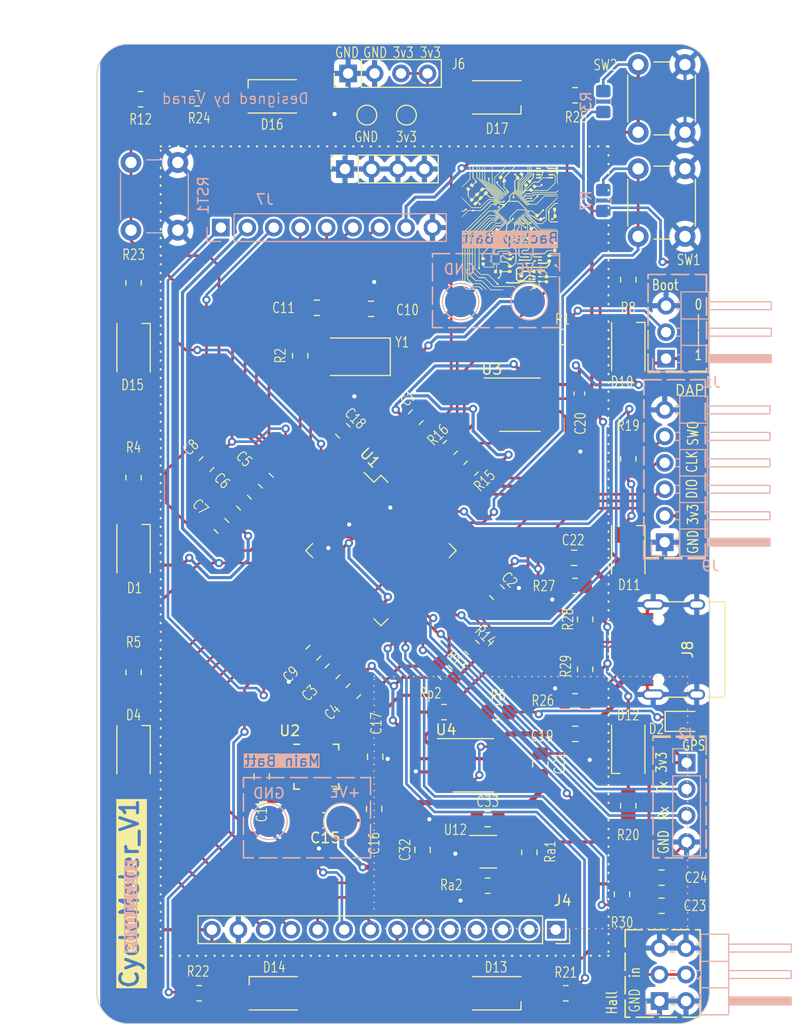
<source format=kicad_pcb>
(kicad_pcb (version 20221018) (generator pcbnew)
  (layers (0 "F.Cu" signal) (31 "B.Cu" signal) (34 "B.Paste" user) (35 "F.Paste" user) (36 "B.SilkS" user "B.Silkscreen") (37 "F.SilkS" user "F.Silkscreen") (38 "B.Mask" user) (39 "F.Mask" user) (44 "Edge.Cuts" user))
  (net 0 "")
  (net 1 "+3.3V")
  (net 2 "GND")
  (net 3 "Net-(U1-NRST)")
  (net 4 "Net-(U1-VCAP_1)")
  (net 5 "/MCU/HSE_IN")
  (net 6 "Net-(C11-Pad1)")
  (net 7 "Net-(U2-VLOGIC)")
  (net 8 "Net-(U2-REGOUT)")
  (net 9 "Net-(U2-CPOUT)")
  (net 10 "Vbat")
  (net 11 "Net-(D2-A)")
  (net 12 "Batt+")
  (net 13 "Net-(D2-K)")
  (net 14 "Net-(J1-Pin_2)")
  (net 15 "/MCU/GPS_1_Rx")
  (net 16 "/MCU/GPS_1_Tx")
  (net 17 "/MCU/SWCLK")
  (net 18 "/MCU/SWDIO")
  (net 19 "/MCU/SWO")
  (net 25 "/MCU/LCD_Miso")
  (net 26 "/MCU/LCD_Sck")
  (net 27 "/MCU/LCD_Mosi")
  (net 28 "/MCU/LCD_DcRs")
  (net 29 "/MCU/LCD_rst")
  (net 30 "/MCU/LCD_Cs")
  (net 31 "/MCU/NRF_SCK2")
  (net 32 "/MCU/NRF_UART_RX")
  (net 33 "/MCU/NRF_UART_TX")
  (net 34 "/MCU/NRF_RDYN")
  (net 35 "/MCU/NRF_MISO_2")
  (net 36 "/MCU/NRF_MOSI2")
  (net 37 "/MCU/NRF_REQN")
  (net 38 "/Power/USB_CC2")
  (net 39 "USB_FS_D+")
  (net 40 "USB_FS_D-")
  (net 42 "/Power/USB_CC1")
  (net 44 "Net-(U1-BOOT0)")
  (net 45 "/MCU/HSE_OUT")
  (net 46 "Net-(U4-CHRG)")
  (net 47 "/MCU/LED3")
  (net 48 "/MCU/IMU_SDA")
  (net 49 "/MCU/IMU_SCL")
  (net 50 "/MCU/EEPROM_SCL_1")
  (net 51 "/MCU/EEPROM_SDA_1")
  (net 52 "/MCU/LED4")
  (net 53 "/MCU/LED5")
  (net 54 "/MCU/LED8")
  (net 55 "/MCU/LED9")
  (net 56 "/MCU/LED10")
  (net 57 "Net-(U12-ADJ)")
  (net 58 "Net-(U4-prog2)")
  (net 59 "/MCU/user_1")
  (net 61 "/MCU/user_3")
  (net 64 "USB_FS_ID")
  (net 66 "/MCU/IMU_CLKIN")
  (net 71 "/MCU/IMU_AUXDA")
  (net 72 "/MCU/IMU_AUXCL")
  (net 73 "/MCU/IMU_AD0")
  (net 74 "/MCU/IMU_FSYNC")
  (net 75 "/MCU/IMU_INT")
  (net 86 "/MCU/HallEffect_ip")
  (net 88 "Net-(D1-K)")
  (net 89 "Net-(D4-K)")
  (net 90 "Net-(D10-K)")
  (net 91 "Net-(D11-K)")
  (net 92 "Net-(D12-K)")
  (net 93 "Net-(D13-K)")
  (net 94 "Net-(D14-K)")
  (net 95 "Net-(D15-K)")
  (net 96 "Net-(D16-K)")
  (net 97 "Net-(D17-K)")
  (net 104 "/MCU/LED1")
  (net 105 "/MCU/LED2")
  (net 106 "/MCU/user_2")
  (footprint "LED_SMD:LED_PLCC-2_3.4x3.0mm_KA" (layer "F.Cu") (at 136.3 142.5 180)
    (fp_text reference "D13")
    (fp_text value "LED" hide)
  )
  (footprint "Resistor_SMD:R_0805_2012Metric_Pad1.20x1.40mm_HandSolder" (layer "F.Cu") (at 133.9 92.1 45)
    (fp_text reference "R15")
    (fp_text value "4.7k" hide)
  )
  (footprint "Capacitor_SMD:C_0805_2012Metric_Pad1.18x1.45mm_HandSolder" (layer "F.Cu") (at 108.5 91.7 -135)
    (fp_text reference "C8")
    (fp_text value "100nF" hide)
  )
  (footprint "Capacitor_SMD:C_0805_2012Metric_Pad1.18x1.45mm_HandSolder" (layer "F.Cu") (at 122.6 113.5 -135)
    (fp_text reference "C4")
    (fp_text value "100nF" hide)
  )
  (footprint "Resistor_SMD:R_0805_2012Metric_Pad1.20x1.40mm_HandSolder" (layer "F.Cu") (at 143 142.5 180)
    (fp_text reference "R21")
    (fp_text value "10K" hide)
  )
  (footprint "LED_SMD:LED_PLCC-2_3.4x3.0mm_KA" (layer "F.Cu") (at 115 142.5)
    (fp_text reference "D14")
    (fp_text value "LED" hide)
  )
  (footprint "Resistor_SMD:R_0805_2012Metric_Pad1.20x1.40mm_HandSolder" (layer "F.Cu") (at 144.8625 106.6 90)
    (fp_text reference "R28")
    (fp_text value "5.1k" hide)
  )
  (footprint "Connector_PinSocket_2.54mm:PinSocket_1x04_P2.54mm_Vertical" (layer "F.Cu") (at 121.8 63.375 90)
    (fp_text reference "J5" hide)
    (fp_text value "LCD" hide)
  )
  (footprint "Resistor_SMD:R_0805_2012Metric_Pad1.20x1.40mm_HandSolder" (layer "F.Cu") (at 148.4 133 90)
    (fp_text reference "R30")
    (fp_text value "10K" hide)
  )
  (footprint "Capacitor_SMD:C_0805_2012Metric_Pad1.18x1.45mm_HandSolder" (layer "F.Cu") (at 140.55 120.52 90)
    (fp_text reference "C21")
    (fp_text value "10uF" hide)
  )
  (footprint "Button_Switch_THT:SW_PUSH_6mm" (layer "F.Cu") (at 149.95 59.85 90)
    (fp_text reference "SW2")
    (fp_text value "SW_Push" hide)
  )
  (footprint "Capacitor_SMD:C_0805_2012Metric_Pad1.18x1.45mm_HandSolder" (layer "F.Cu") (at 118.7625 109.8 -135)
    (fp_text reference "C9")
    (fp_text value "4.7uF" hide)
  )
  (footprint "Capacitor_SMD:C_0805_2012Metric_Pad1.18x1.45mm_HandSolder" (layer "F.Cu") (at 113.8 121.7 -90)
    (fp_text reference "C14")
    (fp_text value "10nF" hide)
  )
  (footprint "Resistor_SMD:R_0805_2012Metric_Pad1.20x1.40mm_HandSolder" (layer "F.Cu") (at 101.5 93 -90)
    (fp_text reference "R4")
    (fp_text value "10K" hide)
  )
  (footprint "Cyclometer_v1:gerber_fp" (layer "F.Cu") (at 137.6 69)
    (fp_text reference "G***" hide)
    (fp_text value "LOGO" hide)
  )
  (footprint "LED_SMD:LED_0805_2012Metric_Pad1.15x1.40mm_HandSolder" (layer "F.Cu") (at 154.4 116.4)
    (fp_text reference "D2")
    (fp_text value "LED" hide)
  )
  (footprint "TestPoint:TestPoint_Pad_D1.5mm" (layer "F.Cu") (at 127.7 58.2 90)
    (fp_text reference "TP6" hide)
    (fp_text value "3v3")
  )
  (footprint "Package_QFP:LQFP-64_10x10mm_P0.5mm" (layer "F.Cu") (at 125.25 100 -45)
    (fp_text reference "U1")
    (fp_text value "STM32F446RCTx" hide)
  )
  (footprint "Capacitor_SMD:C_0805_2012Metric_Pad1.18x1.45mm_HandSolder" (layer "F.Cu") (at 119.9 125.9 180)
    (fp_text reference "C15")
    (fp_text value "0.1uF" hide)
  )
  (footprint "LED_SMD:LED_PLCC-2_3.4x3.0mm_KA" (layer "F.Cu") (at 149 119 90)
    (fp_text reference "D12")
    (fp_text value "LED" hide)
  )
  (footprint "Capacitor_SMD:C_0805_2012Metric_Pad1.18x1.45mm_HandSolder" (layer "F.Cu") (at 143.9 117.6)
    (fp_text reference "C19")
    (fp_text value "0.1uF" hide)
  )
  (footprint "LED_SMD:LED_PLCC-2_3.4x3.0mm_KA" (layer "F.Cu") (at 136.3 56.5 180)
    (fp_text reference "D17")
    (fp_text value "LED" hide)
  )
  (footprint "Button_Switch_THT:SW_PUSH_6mm" (layer "F.Cu") (at 149.95 69.85 90)
    (fp_text reference "SW1")
    (fp_text value "SW_Push" hide)
  )
  (footprint "Resistor_SMD:R_0805_2012Metric_Pad1.20x1.40mm_HandSolder" (layer "F.Cu") (at 144.8625 111.4 -90)
    (fp_text reference "R29")
    (fp_text value "5.1k" hide)
  )
  (footprint "Resistor_SMD:R_0805_2012Metric_Pad1.20x1.40mm_HandSolder" (layer "F.Cu") (at 149 74 -90)
    (fp_text reference "R8")
    (fp_text value "10K" hide)
  )
  (footprint "LED_SMD:LED_PLCC-2_3.4x3.0mm_KA" (layer "F.Cu") (at 149 80.5 -90)
    (fp_text reference "D10")
    (fp_text value "LED" hide)
  )
  (footprint "LED_SMD:LED_PLCC-2_3.4x3.0mm_KA" (layer "F.Cu") (at 149 100 -90)
    (fp_text reference "D11")
    (fp_text value "LED" hide)
  )
  (footprint "Capacitor_SMD:C_0805_2012Metric_Pad1.18x1.45mm_HandSolder" (layer "F.Cu") (at 152.2 131.4)
    (fp_text reference "C24")
    (fp_text value "0.1uF" hide)
  )
  (footprint "Connector_USB:USB_C_Receptacle_XKB_U262-16XN-4BVC11" (layer "F.Cu") (at 154.5 109.5 90)
    (fp_text reference "J8")
    (fp_text value "USB_C_Receptacle" hide)
  )
  (footprint "Resistor_SMD:R_0805_2012Metric_Pad1.20x1.40mm_HandSolder" (layer "F.Cu") (at 107.8 142.5)
    (fp_text reference "R22")
    (fp_text value "10K" hide)
  )
  (footprint "Capacitor_SMD:C_0805_2012Metric_Pad1.18x1.45mm_HandSolder" (layer "F.Cu") (at 124.7 119.8 90)
    (fp_text reference "C17")
    (fp_text value "2.2nF" hide)
  )
  (footprint "LED_SMD:LED_PLCC-2_3.4x3.0mm_KA" (layer "F.Cu") (at 101.5 99.9 -90)
    (fp_text reference "D1")
    (fp_text value "LED" hide)
  )
  (footprint "Resistor_SMD:R_0805_2012Metric_Pad1.20x1.40mm_HandSolder" (layer "F.Cu") (at 131.9 90.1 45)
    (fp_text reference "R16")
    (fp_text value "4.7k" hide)
  )
  (footprint "Crystal:Crystal_SMD_5032-2Pin_5.0x3.2mm" (layer "F.Cu") (at 123.1 81.4 180)
    (fp_text reference "Y1")
    (fp_text value "Crystal" hide)
  )
  (footprint "Resistor_SMD:R_0805_2012Metric_Pad1.20x1.40mm_HandSolder" (layer "F.Cu") (at 136.5 115.51 180)
    (fp_text reference "R6")
    (fp_text value "R_Small_US" hide)
  )
  (footprint "Resistor_SMD:R_0805_2012Metric_Pad1.20x1.40mm_HandSolder" (layer "F.Cu") (at 143.9 103.4)
    (fp_text reference "R27")
    (fp_text value "5.1k" hide)
  )
  (footprint "Capacitor_SMD:C_0805_2012Metric_Pad1.18x1.45mm_HandSolder" (layer "F.Cu") (at 109.933623 97.633623 135)
    (fp_text reference "C7")
    (fp_text value "1uF" hide)
  )
  (footprint "Capacitor_SMD:C_0805_2012Metric_Pad1.18x1.45mm_HandSolder" (layer "F.Cu") (at 128.6 87.2 45)
    (fp_text reference "C1")
    (fp_text value "100nF" hide)
  )
  (footprint "Resistor_SMD:R_0805_2012Metric_Pad1.20x1.40mm_HandSolder" (layer "F.Cu") (at 135.5 132.1775 180)
    (fp_text reference "Ra2")
    (fp_text value "R_Small_US" hide)
  )
  (footprint "Capacitor_SMD:C_0805_2012Metric_Pad1.18x1.45mm_HandSolder" (layer "F.Cu") (at 112.1 95.4 135)
    (fp_text reference "C6")
    (fp_text value "100nF" hide)
  )
  (footprint "Capacitor_SMD:C_0805_2012Metric_Pad1.18x1.45mm_HandSolder" (layer "F.Cu") (at 124.6 124.8 90)
    (fp_text reference "C16")
    (fp_text value "0.1uF" hide)
  )
  (footprint "Sensor_Motion:InvenSense_QFN-24_4x4mm_P0.5mm" (layer "F.Cu") (at 119.05 120.75)
    (fp_text reference "U2")
    (fp_text value "MPU-6050" hide)
  )
  (footprint "Capacitor_SMD:C_0805_2012Metric_Pad1.18x1.45mm_HandSolder" (layer "F.Cu") (at 143.8 100.7 180)
    (fp_text reference "C22")
    (fp_text value "10uF" hide)
  )
  (footprint "Capacitor_SMD:C_0805_2012Metric_Pad1.18x1.45mm_HandSolder" (layer "F.Cu") (at 119.1 76.7 180)
    (fp_text reference "C11")
    (fp_text value "TBC" hide)
  )
  (footprint "Package_SO:SOP-8_3.9x4.9mm_P1.27mm" (layer "F.Cu") (at 134.125 120.615)
    (fp_text reference "U4")
    (fp_text value "TP4056" hide)
  )
  (footprint "Capacitor_SMD:C_0805_2012Metric_Pad1.18x1.45mm_HandSolder" (layer "F.Cu") (at 135.5 125.7775)
    (fp_text reference "C33")
    (fp_text value "10uF" hide)
  )
  (footprint "Connector_PinSocket_2.54mm:PinSocket_1x14_P2.54mm_Vertical" (layer "F.Cu") (at 142.04 136.4 -90)
    (fp_text reference "J4")
    (fp_text value "LCD" hide)
  )
  (footprint "Resistor_SMD:R_0805_2012Metric_Pad1.20x1.40mm_HandSolder" (layer "F.Cu") (at 143.9 56.3 180)
    (fp_text reference "R25")
    (fp_text value "10K" hide)
  )
  (footprint "Resistor_SMD:R_0805_2012Metric_Pad1.20x1.40mm_HandSolder" (layer "F.Cu") (at 149 91.2 -90)
    (fp_text reference "R19")
    (fp_text value "10K" hide)
  )
  (footprint "Connector_PinHeader_2.54mm:PinHeader_1x04_P2.54mm_Vertical" (layer "F.Cu") (at 122.1 54.2 90)
    (fp_text reference "J6")
    (fp_text value " " hide)
  )
  (footprint "Resistor_SMD:R_0805_2012Metric_Pad1.20x1.40mm_HandSolder" (layer "F.Cu") (at 131.3 115.51 180)
    (fp_text reference "Rp2")
    (fp_text value "1K2" hide)
  )
  (footprint "LED_SMD:LED_PLCC-2_3.4x3.0mm_KA" (layer "F.Cu") (at 101.5 80.6 -90)
    (fp_text reference "D15")
    (fp_text value "LED" hide)
  )
  (footprint "Capacitor_SMD:C_0603_1608Metric_Pad1.08x0.95mm_HandSolder" (layer "F.Cu") (at 144.3 84.925 90)
    (fp_text reference "C20")
    (fp_text value "100nF" hide)
  )
  (footprint "Resistor_SMD:R_0805_2012Metric_Pad1.20x1.40mm_HandSolder" (layer "F.Cu") (at 131.4 111.7 -45)
    (fp_text reference "R13")
    (fp_text value "4.7k" hide)
  )
  (footprint "Resistor_SMD:R_0805_2012Metric_Pad1.20x1.40mm_HandSolder" (layer "F.Cu") (at 149 124.5 90)
    (fp_text reference "R20")
    (fp_text value "10K" hide)
  )
  (footprint "Resistor_SMD:R_0805_2012Metric_Pad1.20x1.40mm_HandSolder" (layer "F.Cu") (at 143.9 114.475)
    (fp_text reference "R26")
    (fp_text value "5.1k" hide)
  )
  (footprint "Capacitor_SMD:C_0805_2012Metric_Pad1.18x1.45mm_HandSolder" (layer "F.Cu") (at 152.2 134.1 180)
    (fp_text reference "C23")
    (fp_text value "10uF" hide)
  )
  (footprint "TestPoint:TestPoint_Pad_D1.5mm" (layer "F.Cu") (at 123.9 58.2 90)
    (fp_text reference "TP5" hide)
    (fp_text value "GND")
  )
  (footprint "LED_SMD:LED_PLCC-2_3.4x3.0mm_KA" (layer "F.Cu") (at 101.5 119.2 -90)
    (fp_text reference "D4")
    (fp_text value "LED" hide)
  )
  (footprint "Capacitor_SMD:C_0805_2012Metric_Pad1.18x1.45mm_HandSolder" (layer "F.Cu") (at 121.6 88.5 -45)
    (fp_text reference "C18")
    (fp_text value "10uF" hide)
  )
  (footprint "Resistor_SMD:R_0805_2012Metric_Pad1.20x1.40mm_HandSolder" (layer "F.Cu") (at 101.5 74.3 -90)
    (fp_text reference "R23")
    (fp_text value "10K" hide)
  )
  (footprint "Capacitor_SMD:C_0805_2012Metric_Pad1.18x1.45mm_HandSolder" (layer "F.Cu") (at 124.3 76.8 180)
    (fp_text reference "C10")
    (fp_text value "TBC" hide)
  )
  (footprint "Resistor_SMD:R_0805_2012Metric_Pad1.20x1.40mm_HandSolder" (layer "F.Cu") (at 134 109.3 -45)
    (fp_text reference "R14")
    (fp_text value "4.7k" hide)
  )
  (footprint "Capacitor_SMD:C_0805_2012Metric_Pad1.18x1.45mm_HandSolder" (layer "F.Cu") (at 129.25 128.7275 90)
    (fp_text reference "C32")
    (fp_text value "10uF" hide)
  )
  (footprint "Resistor_SMD:R_0805_2012Metric_Pad1.20x1.40mm_HandSolder" (layer "F.Cu") (at 102.175 56.675)
    (fp_text reference "R12")
    (fp_text value "10K" hide)
  )
  (footprint "Capacitor_SMD:C_0805_2012Metric_Pad1.18x1.45mm_HandSolder" (layer "F.Cu") (at 120.6 111.6 -135)
    (fp_text reference "C3")
    (fp_text value "100nF" hide)
  )
  (footprint "Resistor_SMD:R_0805_2012Metric_Pad1.20x1.40mm_HandSolder" (layer "F.Cu") (at 139.5 128.9775 -90)
    (fp_text reference "Ra1")
    (fp_text value "R_Small_US" hide)
  )
  (footprint "Resistor_SMD:R_0805_2012Metric_Pad1.20x1.40mm_HandSolder" (layer "F.Cu") (at 107.6 56.6)
    (fp_text reference "R24")
    (fp_text value "10K" hide)
  )
  (footprint "Package_TO_SOT_SMD:SOT-23-5" (layer "F.Cu") (at 135.5625 128.915)
    (fp_text reference "U12")
    (fp_text value "LDK130-ADJ_SOT23_SOT353" hide)
  )
  (footprint "Resistor_SMD:R_0805_2012Metric_Pad1.20x1.40mm_HandSolder" (layer "F.Cu") (at 117.5 81.3 -90)
    (fp_text reference "R2")
    (fp_text value "TBC" hide)
  )
  (footprint "Capacitor_SMD:C_0805_2012Metric_Pad1.18x1.45mm_HandSolder" (layer "F.Cu") (at 136.4 104 -45)
    (fp_text reference "C2")
    (fp_text value "100nF" hide)
  )
  (footprint "Package_SO:SOIC-8_3.9x4.9mm_P1.27mm" (layer "F.Cu") (at 138.6 86)
    (fp_text reference "U3")
    (fp_text value "AT24CS32-SSHM" hide)
  )
  (footprint "LED_SMD:LED_PLCC-2_3.4x3.0mm_KA" (layer "F.Cu") (at 114.9 56.4)
    (fp_text reference "D16")
    (fp_text value "LED" hide)
  )
  (footprint "Capacitor_SMD:C_0805_2012Metric_Pad1.18x1.45mm_HandSolder" (layer "F.Cu") (at 114.2 93.3 135)
    (fp_text reference "C5")
    (fp_text value "100nF" hide)
  )
  (footprint "Resistor_SMD:R_0805_2012Metric_Pad1.20x1.40mm_HandSolder" (layer "F.Cu") (at 142.7 79.5 180)
    (fp_text reference "R1")
    (fp_text value "10K" hide)
  )
  (footprint "Resistor_SMD:R_0805_2012Metric_Pad1.20x1.40mm_HandSolder" (layer "F.Cu") (at 101.5 111.7 -90)
    (fp_text reference "R5")
    (fp_text value "10K" hide)
  )
  (footprint "TestPoint:TestPoint_Pad_D3.0mm" (layer "B.Cu") (at 114.5 126 180)
    (fp_text reference "TP2" hide)
    (fp_text value "GND")
  )
  (footprint "Connector_PinSocket_2.54mm:PinSocket_1x09_P2.54mm_Vertical" (layer "B.Cu") (at 109.88 69 -90)
    (fp_text reference "J7")
    (fp_text value "NRF" hide)
  )
  (footprint "Connector_PinHeader_2.54mm:PinHeader_1x03_P2.54mm_Horizontal" (layer "B.Cu") (at 152.625 81.58)
    (fp_text reference "J1")
    (fp_text value "Conn_01x03_Male" hide)
  )
  (footprint "TestPoint:TestPoint_Pad_D3.0mm" (layer "B.Cu") (at 121.5 126 180)
    (fp_text reference "TP1" hide)
    (fp_text value "+VE")
  )
  (footprint "Connector_PinSocket_2.54mm:PinSocket_1x04_P2.54mm_Vertical" (layer "B.Cu") (at 154.6 120.36 180)
    (fp_text reference "J2")
    (fp_text value "GPS" hide)
  )
  (footprint "Resistor_SMD:R_0805_2012Metric_Pad1.20x1.40mm_HandSolder" (layer "B.Cu") (at 146.6 56.9 -90)
    (fp_text reference "R3")
    (fp_text value "10K" hide)
  )
  (footprint "Connector_PinHeader_2.54mm:PinHeader_2x03_P2.54mm_Horizontal" (layer "B.Cu") (at 152 143.24)
    (fp_text reference "J3" hide)
    (fp_text value "Conn_01x06_Pin" hide)
  )
  (footprint "Button_Switch_THT:SW_PUSH_6mm" (layer "B.Cu") (at 105.75 69.25 90)
    (fp_text reference "RST1")
    (fp_text value "SW_Push" hide)
  )
  (footprint "Resistor_SMD:R_0805_2012Metric_Pad1.20x1.40mm_HandSolder" (layer "B.Cu") (at 146.6 66.4 -90)
    (fp_text reference "R7")
    (fp_text value "10K" hide)
  )
  (footprint "Connector_PinHeader_2.54mm:PinHeader_1x06_P2.54mm_Horizontal" (layer "B.Cu") (at 152.5 99.2)
    (fp_text reference "J9")
    (fp_text value "Conn_01x06_Pin" hide)
  )
  (footprint "TestPoint:TestPoint_Pad_D3.0mm" (layer "B.Cu") (at 132.9 76.1 180)
    (fp_text reference "TP3" hide)
    (fp_text value "GND")
  )
  (footprint "TestPoint:TestPoint_Pad_D3.0mm" (layer "B.Cu") (at 139.5 76.1 180)
    (fp_text reference "TP4" hide)
    (fp_text value "+VE")
  )
  (gr_rect (start 150.9 73.5) (end 156.525 82.91) (stroke (width 0.15) (type dash)) (fill none) (layer "B.SilkS"))
  (gr_rect (start 112.05 121.8) (end 124.25 129.5) (stroke (width 0.15) (type dash)) (fill none) (layer "B.SilkS"))
  (gr_rect (start 150.5 83.6) (end 156.4 100.8) (stroke (width 0.15) (type dash)) (fill none) (layer "B.SilkS"))
  (gr_rect (start 151.375 117.8) (end 156.475 129.5) (stroke (width 0.15) (type dash)) (fill none) (layer "B.SilkS"))
  (gr_rect (start 124.6 112.1) (end 154.7 136.3) (stroke (width 0.15) (type dot)) (fill none) (layer "B.SilkS"))
  (gr_rect (start 130.2 71.5) (end 142.4 78.6) (stroke (width 0.15) (type dash)) (fill none) (layer "B.SilkS"))
  (gr_rect (start 150.5 83.6) (end 156.4 100.7) (stroke (width 0.15) (type dash)) (fill none) (layer "F.SilkS"))
  (gr_rect (start 148.7 136.4) (end 155.9 144.8) (stroke (width 0.15) (type dash)) (fill none) (layer "F.SilkS"))
  (gr_rect (start 104.1 61.2) (end 147.1 138.9) (stroke (width 0.2) (type dot)) (fill none) (layer "F.SilkS"))
  (gr_rect (start 151.375 117.9) (end 156.475 129.5) (stroke (width 0.15) (type dash)) (fill none) (layer "F.SilkS"))
  (gr_rect (start 150.9 73.5) (end 156.5 82.8) (stroke (width 0.15) (type dash)) (fill none) (layer "F.SilkS"))
  (gr_line (start 101 51.385038) (end 153.785038 51.385038) (stroke (width 0.1)) (layer "Edge.Cuts"))
  (gr_line (start 97.970076 142.4) (end 97.985038 54.4) (stroke (width 0.1)) (layer "Edge.Cuts"))
  (gr_line (start 156.8 54.4) (end 156.8 142.4) (stroke (width 0.1)) (layer "Edge.Cuts"))
  (gr_line (start 153.785038 145.414962) (end 100.985038 145.414962) (stroke (width 0.1)) (layer "Edge.Cuts"))
  (gr_arc (start 156.8 142.4) (mid 155.916938 144.5319) (end 153.785038 145.414962) (stroke (width 0.1)) (layer "Edge.Cuts"))
  (gr_arc (start 97.985038 54.4) (mid 98.8681 52.2681) (end 101 51.385038) (stroke (width 0.1)) (layer "Edge.Cuts"))
  (gr_arc (start 153.785038 51.385038) (mid 155.916938 52.2681) (end 156.8 54.4) (stroke (width 0.1)) (layer "Edge.Cuts"))
  (gr_arc (start 100.985038 145.414962) (mid 98.853138 144.5319) (end 97.970076 142.4) (stroke (width 0.1)) (layer "Edge.Cuts"))
  (gr_text "Main Batt" (at 119.5 120.8) (layer "B.SilkS" knockout) (effects (font (size 1 1)) (justify left bottom mirror)))
  (gr_text "1032210709" (at 101.9 129.7 90) (layer "B.SilkS" knockout) (effects (font (size 1 1)) (justify left bottom mirror)))
  (gr_text "Backup Batt" (at 142.4 70.6) (layer "B.SilkS" knockout) (effects (font (size 1 1)) (justify left bottom mirror)))
  (gr_text "Designed by Varad" (at 118.4 57.2) (layer "B.SilkS") (effects (font (size 1 1) (thickness 0.125)) (justify left bottom mirror)))
  (gr_text "SWO" (at 155.8 90 90) (layer "F.SilkS") (effects (font (size 1 0.75) (thickness 0.12)) (justify left bottom)))
  (gr_text "GND" (at 152.975 129.2 90) (layer "F.SilkS") (effects (font (size 1 0.75) (thickness 0.12)) (justify left bottom)))
  (gr_text "in" (at 150.2 141.1 90) (layer "F.SilkS") (effects (font (size 1 0.75) (thickness 0.12)) (justify left bottom)))
  (gr_text "Tx" (at 152.875 123.4 90) (layer "F.SilkS") (effects (font (size 1 0.75) (thickness 0.12)) (justify left bottom)))
  (gr_text "GPS\n" (at 154.1 119.3) (layer "F.SilkS") (effects (font (size 1 0.75) (thickness 0.12)) (justify left bottom)))
  (gr_text "GND" (at 124.7 52.2) (layer "F.SilkS") (effects (font (size 1 0.75) (thickness 0.1))))
  (gr_text "Rx" (at 152.975 126 90) (layer "F.SilkS") (effects (font (size 1 0.75) (thickness 0.12)) (justify left bottom)))
  (gr_text "3v3" (at 152.775 121.4 90) (layer "F.SilkS") (effects (font (size 1 0.75) (thickness 0.12)) (justify left bottom)))
  (gr_text "DAP" (at 153.4 85.2) (layer "F.SilkS") (effects (font (size 1 1) (thickness 0.12)) (justify left bottom)))
  (gr_text "GND" (at 122 52.2) (layer "F.SilkS") (effects (font (size 1 0.75) (thickness 0.1))))
  (gr_text "CLK" (at 155.7 92.6 90) (layer "F.SilkS") (effects (font (size 1 0.75) (thickness 0.12)) (justify left bottom)))
  (gr_text "GND" (at 150.2 144.4 90) (layer "F.SilkS") (effects (font (size 1 0.75) (thickness 0.1)) (justify left bottom)))
  (gr_text "3v3\n" (at 130 52.2) (layer "F.SilkS") (effects (font (size 1 0.75) (thickness 0.1))))
  (gr_text "Boot" (at 151.2 75.1) (layer "F.SilkS") (effects (font (size 1 0.75) (thickness 0.12)) (justify left bottom)))
  (gr_text "3v3\n" (at 127.4 52.2) (layer "F.SilkS") (effects (font (size 1 0.75) (thickness 0.1))))
  (gr_text "CycloMeter_V1" (at 102.1 142.2 90) (layer "F.SilkS" knockout) (effects (font (size 1.7 1.7) (thickness 0.3) bold) (justify left bottom)))
  (gr_text "DIO" (at 155.7 95.1 90) (layer "F.SilkS") (effects (font (size 1 0.75) (thickness 0.12)) (justify left bottom)))
  (gr_text "0\n|\n|\n1\n" (at 155.3 81.8) (layer "F.SilkS") (effects (font (size 1 0.75) (thickness 0.12)) (justify left bottom)))
  (gr_text "GND" (at 155.8 100.4 90) (layer "F.SilkS") (effects (font (size 1 0.75) (thickness 0.12)) (justify left bottom)))
  (gr_text "Hall\n" (at 148 144.6 90) (layer "F.SilkS") (effects (font (size 1 0.75) (thickness 0.12)) (justify left bottom)))
  (gr_text "3v3" (at 155.8 97.6 90) (layer "F.SilkS") (effects (font (size 1 0.75) (thickness 0.12)) (justify left bottom)))
  (segment (start 133 63.3) (end 133.175 63.3) (width 0.3) (layer "F.Cu") (net 1))
  (segment (start 150.1 128) (end 147.5 128) (width 0.3) (layer "F.Cu") (net 1))
  (segment (start 126.8 141.1) (end 128.2 142.5) (width 0.3) (layer "F.Cu") (net 1))
  (segment (start 122.18 99.28) (end 122.18 99.180912) (width 0.3) (layer "F.Cu") (net 1))
  (segment (start 119.646179 97.578159) (end 117.96802 95.9) (width 0.3) (layer "F.Cu") (net 1))
  (segment (start 151 122.4) (end 151 127.1) (width 0.3) (layer "F.Cu") (net 1))
  (segment (start 123.888819 106.664481) (end 125.92 104.6333) (width 0.3) (layer "F.Cu") (net 1))
  (segment (start 154.925 100.85) (end 154.925 97.375) (width 0.3) (layer "F.Cu") (net 1))
  (segment (start 148.5 131.9) (end 148.4 132) (width 0.3) (layer "F.Cu") (net 1))
  (segment (start 114.97 53.22) (end 116.4 54.65) (width 0.3) (layer "F.Cu") (net 1))
  (segment (start 115.55 139.75) (end 116.5 140.7) (width 0.3) (layer "F.Cu") (net 1))
  (segment (start 141.2125 105.7875) (end 144.8625 105.7875) (width 0.3) (layer "F.Cu") (net 1))
  (segment (start 110.075 139.75) (end 115.55 139.75) (width 0.3) (layer "F.Cu") (net 1))
  (segment (start 103.175 54.975) (end 104.93 53.22) (width 0.3) (layer "F.Cu") (net 1))
  (segment (start 150.5625 132) (end 151.1625 131.4) (width 0.3) (layer "F.Cu") (net 1))
  (segment (start 120.74802 98.68) (end 122.680912 98.68) (width 0.3) (layer "F.Cu") (net 1))
  (segment (start 134.1 87.9) (end 132.607107 89.392893) (width 0.3) (layer "F.Cu") (net 1))
  (segment (start 109.02 136.4) (end 109.02 138.695) (width 0.3) (layer "F.Cu") (net 1))
  (segment (start 104.93 53.22) (end 114.97 53.22) (width 0.3) (layer "F.Cu") (net 1))
  (segment (start 128.425 142.5) (end 134.8 142.5) (width 0.3) (layer "F.Cu") (net 1))
  (segment (start 147.5 128) (end 147.4775 127.9775) (width 0.3) (layer "F.Cu") (net 1))
  (segment (start 151.74 117.5) (end 149 117.5) (width 0.3) (layer "F.Cu") (net 1))
  (segment (start 154.6 120.36) (end 153.04 120.36) (width 0.3) (layer "F.Cu") (net 1))
  (segment (start 134.707107 110.092893) (end 134.707107 110.007107) (width 0.3) (layer "F.Cu") (net 1))
  (segment (start 148.4 132) (end 150.5625 132) (width 0.3) (layer "F.Cu") (net 1))
  (segment (start 144.3 84.0625) (end 140.3075 84.0625) (width 0.3) (layer "F.Cu") (net 1))
  (segment (start 140.35 104.925) (end 141.2125 105.7875) (width 0.3) (layer "F.Cu") (net 1))
  (segment (start 132.636524 112.163476) (end 134.707107 110.092893) (width 0.3) (layer "F.Cu") (net 1))
  (segment (start 116.4 54.65) (end 116.4 56.4) (width 0.3) (layer "F.Cu") (net 1))
  (segment (start 124.61 95.3367) (end 126.611181 93.335519) (width 0.3) (layer "F.Cu") (net 1))
  (segment (start 148.5 130.2) (end 148.5 131.9) (width 0.3) (layer "F.Cu") (net 1))
  (segment (start 122.680912 98.68) (end 122.810456 98.550456) (width 0.3) (layer "F.Cu") (net 1))
  (segment (start 139.5 126.6) (end 139.5 127.9775) (width 0.3) (layer "F.Cu") (net 1))
  (segment (start 121.4 110.8) (end 121.43952 110.8) (width 0.3) (layer "F.Cu") (net 1))
  (segment (start 135.875 139.175) (end 134.8 140.25) (width 0.3) (layer "F.Cu") (net 1))
  (segment (start 145.425 138.2) (end 144.45 139.175) (width 0.3) (layer "F.Cu") (net 1))
  (segment (start 154.21 96.66) (end 152.5 96.66) (width 0.3) (layer "F.Cu") (net 1))
  (segment (start 123.888819 106.664481) (end 123.35 107.2033) (width 0.3) (layer "F.Cu") (net 1))
  (segment (start 111.8 97.9) (end 111.087006 97.9) (width 0.3) (layer "F.Cu") (net 1))
  (segment (start 145.425 132.65) (end 145.425 138.2) (width 0.3) (layer "F.Cu") (net 1))
  (segment (start 101.5 101.4) (end 106.15 101.4) (width 0.3) (layer "F.Cu") (net 1))
  (segment (start 125.5375 123.7625) (end 124.6 123.7625) (width 0.3) (layer "F.Cu") (net 1))
  (segment (start 153 72.3) (end 155.225 74.525) (width 0.3) (layer "F.Cu") (net 1))
  (segment (start 137.5 90.8) (end 136.907107 91.392893) (width 0.3) (layer "F.Cu") (net 1))
  (segment (start 133.761181 101.361181) (end 131.914481 101.361181) (width 0.3) (layer "F.Cu") (net 1))
  (segment (start 127.336524 112.163476) (end 132.636524 112.163476) (width 0.3) (layer "F.Cu") (net 1))
  (segment (start 139.5 127.9775) (end 136.7125 127.9775) (width 0.3) (layer "F.Cu") (net 1))
  (segment (start 103.175 56.675) (end 103.175 54.975) (width 0.3) (layer "F.Cu") (net 1))
  (segment (start 138.6775 125.7775) (end 139.5 126.6) (width 0.3) (layer "F.Cu") (net 1))
  (segment (start 145.6875 105.7875) (end 144.8625 105.7875) (width 0.3) (layer "F.Cu") (net 1))
  (segment (start 138.1 101.08024) (end 135.79012 103.39012) (width 0.3) (layer "F.Cu") (net 1))
  (segment (start 124.375 111.075) (end 124.325 111.075) (width 0.3) (layer "F.Cu") (net 1))
  (segment (start 98.9 100.6) (end 98.9 82.925) (width 0.3) (layer "F.Cu") (net 1))
  (segment (start 129.72 55.82) (end 130.3 56.4) (width 0.25) (layer "F.Cu") (net 1))
  (segment (start 106.15 101.4) (end 106.85 100.7) (width 0.3) (layer "F.Cu") (net 1))
  (segment (start 124.6 123.2) (end 123.4 122) (width 0.3) (layer "F.Cu") (net 1))
  (segment (start 110.667246 98.367246) (end 110.732754 98.367246) (width 0.3) (layer "F.Cu") (net 1))
  (segment (start 117.96802 95.9) (end 116.6 95.9) (width 0.3) (layer "F.Cu") (net 1))
  (segment (start 129.72 54.2) (end 129.72 55.82) (width 0.25) (layer "F.Cu") (net 1))
  (segment (start 122.080912 99.28) (end 122.18 99.28) (width 0.3) (layer "F.Cu") (net 1))
  (segment (start 155.225 74.525) (end 155.225 80.825) (width 0.3) (layer "F.Cu") (net 1))
  (segment (start 119.646179 97.578159) (end 120.74802 98.68) (width 0.3) (layer "F.Cu") (net 1))
  (segment (start 131.265257 100.740257) (end 131.293559 100.740257) (width 0.3) (layer "F.Cu") (net 1))
  (segment (start 124.325 111.075) (end 123.01976 112.38024) (width 0.3) (layer "F.Cu") (net 1))
  (segment (start 136.6 127.865) (end 136.7 127.965) (width 0.3) (layer "F.Cu") (net 1))
  (segment (start 127.99012 87.80988) (end 127.59012 88.20988) (width 0.3) (layer "F.Cu") (net 1))
  (segment (start 154.47 81.58) (end 152.625 81.58) (width 0.3) (layer "F.Cu") (net 1))
  (segment (start 144.45 139.175) (end 135.875 139.175) (width 0.3) (layer "F.Cu") (net 1))
  (segment (start 143.975 82.225) (end 144.3 82.55) (width 0.3) (layer "F.Cu") (net 1))
  (segment (start 128.425 142.5) (end 116.5 142.5) (width 0.3) (layer "F.Cu") (net 1))
  (segment (start 127.1 122.2) (end 125.5375 123.7625) (width 0.3) (layer "F.Cu") (net 1))
  (segment (start 135.79012 103.39012) (end 133.761181 101.361181) (width 0.3) (layer "F.Cu") (net 1))
  (segment (start 140.35 101.75) (end 140.35 100.85) (width 0.3) (layer "F.Cu") (net 1))
  (segment (start 133.175 63.3) (end 134.8 61.675) (width 0.3) (layer "F.Cu") (net 1))
  (segment (start 150 84.1) (end 149 83.1) (width 0.3) (layer "F.Cu") (net 1))
  (segment (start 134.607107 91.392893) (end 134.245235 91.754765) (width 0.3) (layer "F.Cu") (net 1))
  (segment (start 134.7 56.4) (end 134.8 56.5) (width 0.3) (layer "F.Cu") (net 1))
  (segment (start 123.4 122) (end 121 122) (width 0.3) (layer "F.Cu") (net 1))
  (segment (start 140.35 101.75) (end 140.35 104.925) (width 0.3) (layer "F.Cu") (net 1))
  (segment (start 130.3 56.4) (end 130.4 56.4) (width 0.25) (layer "F.Cu") (net 1))
  (segment (start 136.3625 125.7775) (end 136.6 126.015) (width 0.3) (layer "F.Cu") (net 1))
  (segment (start 149 132) (end 146.075 132) (width 0.3) (layer "F.Cu") (net 1))
  (segment (start 134.1 86.4) (end 134.1 87.9) (width 0.3) (layer "F.Cu") (net 1))
  (segment (start 121.43952 110.8) (end 123.01976 112.38024) (width 0.3) (layer "F.Cu") (net 1))
  (segment (start 101.5 101.4) (end 99.7 101.4) (width 0.3) (layer "F.Cu") (net 1))
  (segment (start 110.732754 98.367246) (end 114.933623 94.166377) (width 0.3) (layer "F.Cu") (net 1))
  (segment (start 149 114) (end 149 117.5) (width 0.3) (layer "F.Cu") (net 1))
  (segment (start 124.6 123.7625) (end 124.6 123.2) (width 0.3) (layer "F.Cu") (net 1))
  (segment (start 139.5 127.9775) (end 147.4775 127.9775) (width 0.3) (layer "F.Cu") (net 1))
  (segment (start 127.7 58.2) (end 127.7 57.3) (width 0.25) (layer "F.Cu") (net 1))
  (segment (start 151.1625 131.4) (end 151.1625 134.1) (width 0.25) (layer "F.Cu") (net 1))
  (segment (start 144.3 82.55) (end 144.3 84.0625) (width 0.3) (layer "F.Cu") (net 1))
  (segment (start 148.7 101.5) (end 149 101.5) (width 0.3) (layer "F.Cu") (net 1))
  (segment (start 99.725 82.1) (end 101.5 82.1) (width 0.3) (layer "F.Cu") (net 1))
  (segment (start 134.8 140.25) (end 134.8 142.5) (width 0.3) (layer "F.Cu") (net 1))
  (segment (start 152.3 72.3) (end 153 72.3) (width 0.3) (layer "F.Cu") (net 1))
  (segment (start 124.61 96.750912) (end 124.61 95.3367) (width 0.3) (layer "F.Cu") (net 1))
  (segment (start 155.225 80.825) (end 154.47 81.58) (width 0.3) (layer "F.Cu") (net 1))
  (segment (start 127.99012 87.79012) (end 127.99012 87.80988) (width 0.3) (layer "F.Cu") (net 1))
  (segment (start 146.975 107.075) (end 145.6875 105.7875) (width 0.3) (layer "F.Cu") (net 1))
  (segment (start 126.611181 89.188819) (end 127.59012 88.20988) (width 0.3) (layer "F.Cu") (net 1))
  (segment (start 123.910912 97.45) (end 127.975 97.45) (width 0.3) (layer "F.Cu") (net 1))
  (segment (start 140.3075 84.0625) (end 140.275 84.095) (width 0.3) (layer "F.Cu") (net 1))
  (segment (start 129.9 56.4) (end 130.4 56.4) (width 0.3) (layer "F.Cu") (net 1))
  (segment (start 140.275 84.095) (end 139.995 84.095) (width 0.3) (layer "F.Cu") (net 1))
  (segment (start 128.2 142.5) (end 128.425 142.5) (width 0.3) (layer "F.Cu") (net 1))
  (segment (start 154.925 97.375) (end 154.21 96.66) (width 0.3) (layer "F.Cu") (net 1))
  (segment (start 145.75 112.1) (end 147 110.85) (width 0.3) (layer "F.Cu") (net 1))
  (segment (start 126.8 136.4) (end 126.8 141.1) (width 0.3) (layer "F.Cu") (net 1))
  (segment (start 139.4 127.965) (end 139.5 128.065) (width 0.3) (layer "F.Cu") (net 1))
  (segment (start 145.5 98.3) (end 148.7 101.5) (width 0.3) (layer "F.Cu") (net 1))
  (segment (start 151 127.1) (end 150.1 128) (width 0.3) (layer "F.Cu") (net 1))
  (segment (start 146.975 107.325) (end 146.975 107.075) (width 0.3) (layer "F.Cu") (net 1))
  (segment (start 123.910912 97.45) (end 124.61 96.750912) (width 0.3) (layer "F.Cu") (net 1))
  (segment (start 131.293559 100.740257) (end 131.914481 101.361181) (width 0.3) (layer "F.Cu") (net 1))
  (segment (start 116.6 95.9) (end 114.933623 94.233623) (width 0.3) (layer "F.Cu") (net 1))
  (segment (start 134.8 61.675) (end 134.8 56.5) (width 0.3) (layer "F.Cu") (net 1))
  (segment (start 123.070456 98.290456) (end 123.910912 97.45) (width 0.3) (layer "F.Cu") (net 1))
  (segment (start 147.4775 127.9775) (end 148.5 129) (width 0.3) (layer "F.Cu") (net 1))
  (segment (start 114.933623 94.233623) (end 114.933623 94.033623) (width 0.3) (layer "F.Cu") (net 1))
  (segment (start 122.810456 98.550456) (end 123.070456 98.290456) (width 0.3) (layer "F.Cu") (net 1))
  (segment (start 136.7125 127.9775) (end 136.7 127.965) (width 0.3) (layer "F.Cu") (net 1))
  (segment (start 139.995 84.095) (end 138 82.1) (width 0.3) (layer "F.Cu") (net 1))
  (segment (start 109.02 138.695) (end 110.075 139.75) (width 0.3) (layer "F.Cu") (net 1))
  (segment (start 153.04 120.36) (end 151 122.4) (width 0.3) (layer "F.Cu") (net 1))
  (segment (start 116.4 56.4) (end 129.9 56.4) (width 0.3) (layer "F.Cu") (net 1))
  (segment (start 122.18 99.180912) (end 123.070456 98.290456) (width 0.3) (layer "F.Cu") (net 1))
  (segment (start 148.5 129) (end 148.5 130.5) (width 0.3) (layer "F.Cu") (net 1))
  (segment (start 116.5 140.7) (end 116.5 142.5) (width 0.3) (layer "F.Cu") (net 1))
  (segment (start 98.9 82.925) (end 99.725 82.1) (width 0.3) (layer "F.Cu") (net 1))
  (segment (start 101.5 120.7) (end 101.5 134.7) (width 0.3) (layer "F.Cu") (net 1))
  (segment (start 123.35 108.85) (end 121.4 110.8) (width 0.3) (layer "F.Cu") (net 1))
  (segment (start 127.18 54.2) (end 129.72 54.2) (width 0.25) (layer "F.Cu") (net 1))
  (segment (start 112.5 98.6) (end 111.8 97.9) (width 0.3) (layer "F.Cu") (net 1))
  (segment (start 152.205 82) (end 152.625 81.58) (width 0.3) (layer "F.Cu") (net 1))
  (segment (start 101.5 134.7) (end 103.2 136.4) (width 0.3) (layer "F.Cu") (net 1))
  (segment (start 149 82) (end 152.205 82) (width 0.3) (layer "F.Cu") (net 1))
  (segment (start 99.7 101.4) (end 98.9 100.6) (width 0.3) (layer "F.Cu") (net 1))
  (segment (start 119.292625 102.068287) (end 122.080912 99.28) (width 0.3) (layer "F.Cu") (net 1))
  (segment (start 127.7 57.3) (end 128.6 56.4) (width 0.25) (layer "F.Cu") (net 1))
  (segment (start 136.907107 91.392893) (end 134.607107 91.392893) (width 0.3) (layer "F.Cu") (net 1))
  (segment (start 149 101.5) (end 154.275 101.5) (width 0.3) (layer "F.Cu") (net 1))
  (segment (start 144.8 105.725) (end 144.8625 105.7875) (width 0.3) (layer "F.Cu") (net 1))
  (segment (start 154.275 101.5) (end 154.925 100.85) (width 0.3) (layer "F.Cu") (net 1))
  (segment (start 136.5375 125.7775) (end 138.6775 125.7775) (width 0.3) (layer "F.Cu") (net 1))
  (segment (start 126.4 116.3) (end 127.1 117) (width 0.3) (layer "F.Cu") (net 1))
  (segment (start 123.35 107.2033) (end 123.35 108.85) (width 0.3) (layer "F.Cu") (net 1))
  (segment (start 125.92 104.6333) (end 125.92 104.45) (width 0.3) (layer "F.Cu") (net 1))
  (segment (start 127.975 97.45) (end 131.265257 100.740257) (width 0.3) (layer "F.Cu") (net 1))
  (segment (start 130.4 56.4) (end 134.7 56.4) (width 0.3) (layer "F.Cu") (net 1))
  (segment (start 103.2 136.4) (end 109.02 136.4) (width 0.3) (layer "F.Cu") (net 1))
  (segment (start 126.675 86.475) (end 127.99012 87.79012) (width 0.3) (layer "F.Cu") (net 1))
  (segment (start 142.9 98.3) (end 145.5 98.3) (width 0.3) (layer "F.Cu") (net 1))
  (segment (start 138.1 101) (end 138.1 101.08024) (width 0.3) (layer "F.Cu") (net 1))
  (segment (start 144.8625 112.1) (end 145.75 112.1) (width 0.3) (layer "F.Cu") (net 1))
  (segment (start 126.5 113) (end 127.336524 112.163476) (width 0.3) (layer "F.Cu") (net 1))
  (segment (start 128.6 56.4) (end 129.9 56.4) (width 0.25) (layer "F.Cu") (net 1))
  (segment (start 114.933623 94.166377) (end 114.933623 94.033623) (width 0.3) (layer "F.Cu") (net 1))
  (segment (start 140.35 100.85) (end 142.9 98.3) (width 0.3) (layer "F.Cu") (net 1))
  (segment (start 149 83.1) (end 149 82) (width 0.3) (layer "F.Cu") (net 1))
  (segment (start 146.075 132) (end 145.425 132.65) (width 0.3) (layer "F.Cu") (net 1))
  (segment (start 126.611181 93.335519) (end 126.611181 89.188819) (width 0.3) (layer "F.Cu") (net 1))
  (segment (start 154.6 120.36) (end 151.74 117.5) (width 0.3) (layer "F.Cu") (net 1))
  (segment (start 127.1 117) (end 127.1 122.2) (width 0.3) (layer "F.Cu") (net 1))
  (via (at 126.4 116.3) (size 0.8) (drill 0.4) (layers "F.Cu" "B.Cu") (net 1))
  (via (at 126.5 113) (size 0.8) (drill 0.4) (layers "F.Cu" "B.Cu") (net 1))
  (via (at 134.1 86.4) (size 0.8) (drill 0.4) (layers "F.Cu" "B.Cu") (net 1))
  (via (at 125.92 104.45) (size 0.8) (drill 0.4) (layers "F.Cu" "B.Cu") (net 1))
  (via (at 147 110.85) (size 0.8) (drill 0.4) (layers "F.Cu" "B.Cu") (net 1))
  (via (at 106.85 100.7) (size 0.8) (drill 0.4) (layers "F.Cu" "B.Cu") (net 1))
  (via (at 137.5 90.8) (size 0.8) (drill 0.4) (layers "F.Cu" "B.Cu") (net 1))
  (via (at 126.675 86.475) (size 0.8) (drill 0.4) (layers "F.Cu" "B.Cu") (net 1))
  (via (at 143.975 82.225) (size 0.8) (drill 0.4) (layers "F.Cu" "B.Cu") (net 1))
  (via (at 133 63.3) (size 0.8) (drill 0.4) (layers "F.Cu" "B.Cu") (net 1))
  (via (at 112.5 98.6) (size 0.8) (drill 0.4) (layers "F.Cu" "B.Cu") (net 1))
  (via (at 150 84.1) (size 0.8) (drill 0.4) (layers "F.Cu" "B.Cu") (net 1))
  (via (at 149 114) (size 0.8) (drill 0.4) (layers "F.Cu" "B.Cu") (net 1))
  (via (at 124.375 111.075) (size 0.8) (drill 0.4) (layers "F.Cu" "B.Cu") (net 1))
  (via (at 122.18 99.28) (size 0.8) (drill 0.4) (layers "F.Cu" "B.Cu") (net 1))
  (via (at 138 82.1) (size 0.8) (drill 0.4) (layers "F.Cu" "B.Cu") (net 1))
  (via (at 138.1 101) (size 0.8) (drill 0.4) (layers "F.Cu" "B.Cu") (net 1))
  (via (at 152.3 72.3) (size 0.8) (drill 0.4) (layers "F.Cu" "B.Cu") (net 1))
  (via (at 140.35 101.75) (size 0.8) (drill 0.4) (layers "F.Cu" "B.Cu") (net 1))
  (via (at 146.975 107.325) (size 0.8) (drill 0.4) (layers "F.Cu" "B.Cu") (net 1))
  (segment (start 125.92 104.45) (end 122.18 100.71) (width 0.3) (layer "B.Cu") (net 1))
  (segment (start 138.1 101) (end 139.35 101) (width 0.3) (layer "B.Cu") (net 1))
  (segment (start 149 114) (end 149 113.7) (width 0.3) (layer "B.Cu") (net 1))
  (segment (start 130.4 66.075) (end 128.55 66.075) (width 0.3) (layer "B.Cu") (net 1))
  (segment (start 126.3 113) (end 124.375 111.075) (width 0.3) (layer "B.Cu") (net 1))
  (segment (start 134.1 88.5) (end 136.4 90.8) (width 0.3) (layer "B.Cu") (net 1))
  (segment (start 128.55 66.075) (end 127.66 66.965) (width 0.3) (layer "B.Cu") (net 1))
  (segment (start 145.5 57.9) (end 146.6 57.9) (width 0.25) (layer "B.Cu") (net 1))
  (segment (start 108.75 102.6) (end 110.8 102.6) (width 0.3) (layer "B.Cu") (net 1))
  (segment (start 122.18 100.71) (end 122.18 99.28) (width 0.3) (layer "B.Cu") (net 1))
  (segment (start 149 113.7) (end 147 111.7) (width 0.3) (layer "B.Cu") (net 1))
  (segment (start 112.5 100.9) (end 112.5 98.6) (width 0.3) (layer "B.Cu") (net 1))
  (segment (start 126.5 113) (end 126.3 113) (width 0.3) (layer "B.Cu") (net 1))
  (segment (start 133 63.3) (end 133 63.475) (width 0.3) (layer "B.Cu") (net 1))
  (segment (start 127.66 66.965) (end 127.66 69) (width 0.3) (layer "B.Cu") (net 1))
  (segment (start 145.85 84.1) (end 143.975 82.225) (width 0.3) (layer "B.Cu") (net 1))
  (segment (start 133 63.475) (end 130.4 66.075) (width 0.3) (layer "B.Cu") (net 1))
  (segment (start 152.1 72.1) (end 152.1 69.3) (width 0.3) (layer "B.Cu") (net 1))
  (segment (start 146.6 67.4) (end 146.9 67.1) (width 0.25) (layer "B.Cu") (net 1))
  (segment (start 126.675 86.05) (end 126.675 86.475) (width 0.3) (layer "B.Cu") (net 1))
  (segment (start 152.1 68.3) (end 152.1 69.3) (width 0.25) (layer "B.Cu") (net 1))
  (segment (start 133 63.3) (end 143.7 63.3) (width 0.3) (layer "B.Cu") (net 1))
  (segment (start 144.7 58.7) (end 145.5 57.9) (width 0.25) (layer "B.Cu") (net 1))
  (segment (start 140.1 101.75) (end 140.35 101.75) (width 0.3) (layer "B.Cu") (net 1))
  (segment (start 137.825 82.275) (end 130.45 82.275) (width 0.3) (layer "B.Cu") (net 1))
  (segment (start 139.35 101) (end 140.1 101.75) (width 0.3) (layer "B.Cu") (net 1))
  (segment (start 126.4 113.1) (end 126.4 116.3) (width 0.3) (layer "B.Cu") (net 1))
  (segment (start 136.4 90.8) (end 137.5 90.8) (width 0.3) (layer "B.Cu") (net 1))
  (segment (start 144.7 64.3) (end 144.7 66.6) (width 0.25) (layer "B.Cu") (net 1))
  (segment (start 131.025 86.4) (end 129.775 85.15) (width 0.3) (layer "B.Cu") (net 1))
  (segment (start 150 84.1) (end 145.85 84.1) (width 0.3) (layer "B.Cu") (net 1))
  (segment (start 146.9 67.1) (end 150.9 67.1) (width 0.25) (layer "B.Cu") (net 1))
  (segment (start 110.8 102.6) (end 112.5 100.9) (width 0.3) (layer "B.Cu") (net 1))
  (segment (start 143.7 63.3) (end 144.7 64.3) (width 0.3) (layer "B.Cu") (net 1))
  (segment (start 144.7 66.6) (end 145.5 67.4) (width 0.25) (layer "B.Cu") (net 1))
  (segment (start 144.7 64.3) (end 144.7 58.7) (width 0.25) (layer "B.Cu") (net 1))
  (segment (start 129.775 85.15) (end 127.575 85.15) (width 0.3) (layer "B.Cu") (net 1))
  (segment (start 126.5 113) (end 126.4 113.1) (width 0.3) (layer "B.Cu") (net 1))
  (segment (start 147 111.7) (end 147 110.85) (width 0.3) (layer "B.Cu") (net 1))
  (segment (start 145.5 67.4) (end 146.6 67.4) (width 0.25) (layer "B.Cu") (net 1))
  (segment (start 152.3 72.3) (end 152.1 72.1) (width 0.3) (layer "B.Cu") (net 1))
  (segment (start 147 107.35) (end 146.975 107.325) (width 0.3) (layer "B.Cu") (net 1))
  (segment (start 106.85 100.7) (end 108.75 102.6) (width 0.3) (layer "B.Cu") (net 1))
  (segment (start 127.575 85.15) (end 126.675 86.05) (width 0.3) (layer "B.Cu") (net 1))
  (segment (start 134.1 86.4) (end 131.025 86.4) (width 0.3) (layer "B.Cu") (net 1))
  (segment (start 138 82.1) (end 137.825 82.275) (width 0.3) (layer "B.Cu") (net 1))
  (segment (start 147 110.85) (end 147 107.35) (width 0.3) (layer "B.Cu") (net 1))
  (segment (start 130.45 82.275) (end 127.575 85.15) (width 0.3) (layer "B.Cu") (net 1))
  (segment (start 150.9 67.1) (end 152.1 68.3) (width 0.25) (layer "B.Cu") (net 1))
  (segment (start 134.1 86.4) (end 134.1 88.5) (width 0.3) (layer "B.Cu") (net 1))
  (segment (start 123.1375 120.6625) (end 121.975 119.5) (width 0.3) (layer "F.Cu") (net 2))
  (segment (start 124.65 105.196194) (end 124.65 103.91) (width 0.25) (layer "F.Cu") (net 2))
  (segment (start 129.25 127.69) (end 129.25 126.45) (width 0.5) (layer "F.Cu") (net 2))
  (segment (start 120.9 58.2) (end 120.8 58.1) (width 0.25) (layer "F.Cu") (net 2))
  (segment (start 138.4 86.1) (end 138.4 87.3) (width 0.25) (layer "F.Cu") (net 2))
  (segment (start 127.66 100.9) (end 130.746194 100.9) (width 0.25) (layer "F.Cu") (net 2))
  (segment (start 118.028877 110.533623) (end 118.694103 110.533623) (width 0.3) (layer "F.Cu") (net 2))
  (segment (start 118.028877 110.533623) (end 118.028877 110.971123) (width 0.3) (layer "F.Cu") (net 2))
  (segment (start 127.9 89.6) (end 129.8 87.7) (width 0.25) (layer "F.Cu") (net 2))
  (segment (start 121.879471 97.820529) (end 122.2 97.5) (width 0.25) (layer "F.Cu") (net 2))
  (segment (start 123.2625 75.5625) (end 124.6 74.225) (width 0.3) (layer "F.Cu") (net 2))
  (segment (start 138.4 87.3) (end 137.795 87.905) (width 0.25) (layer "F.Cu") (net 2))
  (segment (start 131.5 118.71) (end 132.89 118.71) (width 0.3) (layer "F.Cu") (net 2))
  (segment (start 142.9875 114.2375) (end 141.975 113.225) (width 0.3) (layer "F.Cu") (net 2))
  (segment (start 123.2625 75.8125) (end 123.2625 76.8) (width 0.3) (layer "F.Cu") (net 2))
  (segment (start 118.6 75.2) (end 122.65 75.2) (width 0.3) (layer "F.Cu") (net 2))
  (segment (start 119.999732 97.224606) (end 120.595655 97.820529) (width 0.25) (layer "F.Cu") (net 2))
  (segment (start 113.466377 92.566377) (end 109.2 96.832754) (width 0.25) (layer "F.Cu") (net 2))
  (segment (start 133.25 121.1) (end 133.1 121.25) (width 0.3) (layer "F.Cu") (net 2))
  (segment (start 144.4 90.5) (end 144.3 90.4) (width 0.25) (layer "F.Cu") (net 2))
  (segment (start 125.2375 120.6625) (end 123.1375 120.6625) (width 0.3) (layer "F.Cu") (net 2))
  (segment (start 113.6 120.4625) (end 113.6 118.6) (width 0.3) (layer "F.Cu") (net 2))
  (segment (start 123.2625 76.8) (end 123.2625 75.5625) (width 0.3) (layer "F.Cu") (net 2))
  (segment (start 145.2375 120.0375) (end 145.2375 118) (width 0.25) (layer "F.Cu") (net 2))
  (segment (start 119.999732 97.224606) (end 115.075126 92.3) (width 0.25) (layer "F.Cu") (net 2))
  (segment (start 133.275 103.425) (end 131.564734 101.714734) (width 0.25) (layer "F.Cu") (net 2))
  (segment (start 109.2 96.832754) (end 109.2 96.9) (width 0.25) (layer "F.Cu") (net 2))
  (segment (start 124.6 125.9) (end 124.6 125.8375) (width 0.3) (layer "F.Cu") (net 2))
  (segment (start 144.6175 119.4825) (end 145.2375 118.8625) (width 0.25) (layer "F.Cu") (net 2))
  (segment (start 154.6 127.98) (end 153.2375 129.3425) (width 0.25) (layer "F.Cu") (net 2))
  (segment (start 135.25988 104.60988) (end 134.075 103.425) (width 0.25) (layer "F.Cu") (net 2))
  (segment (start 123.535266 106.310928) (end 124.65 105.196194) (width 0.25) (layer "F.Cu") (net 2))
  (segment (start 120.99012 86.90988) (end 120.99012 87.89012) (width 0.3) (layer "F.Cu") (net 2))
  (segment (start 129.8 87.7) (end 129.8 87.18024) (width 0.25) (layer "F.Cu") (net 2))
  (segment (start 121.975 119.5) (end 121 119.5) (width 0.3) (layer "F.Cu") (net 2))
  (segment (start 118.694103 110.533623) (end 120.18024 112.01976) (width 0.3) (layer "F.Cu") (net 2))
  (segment (start 150.83 106.15) (end 150.83 105.745) (width 0.3) (layer "F.Cu") (net 2))
  (segment (start 126.964734 93.689072) (end 127.9 92.753806) (width 0.25) (layer "F.Cu") (net 2))
  (segment (start 120.2 99.75) (end 120.2 100.453806) (width 0.25) (layer "F.Cu") (net 2))
  (segment (start 143.9375 85.425) (end 140.335 85.425) (width 0.25) (layer "F.Cu") (net 2))
  (segment (start 142.7625 103.9875) (end 142.7625 100.7) (width 0.25) (layer "F.Cu") (net 2))
  (segment (start 134.3225 132.1775) (end 134.5875 132.1775) (width 0.3) (layer "F.Cu") (net 2))
  (segment (start 132.9 133.6) (end 134.3225 132.1775) (width 0.3) (layer "F.Cu") (net 2))
  (segment (start 113.752514 92.3) (end 113.426257 92.626257) (width 0.25) (layer "F.Cu") (net 2))
  (segment (start 140.55 119.4825) (end 144.6175 119.4825) (width 0.25) (layer "F.Cu") (net 2))
  (segment (start 137.49012 104.60988) (end 135.25988 104.60988) (width 0.25) (layer "F.Cu") (net 2))
  (segment (start 153.2375 129.3425) (end 153.2375 131.4) (width 0.25) (layer "F.Cu") (net 2))
  (segment (start 144.3 85.7875) (end 143.9375 85.425) (width 0.25) (layer "F.Cu") (net 2))
  (segment (start 129.25 126.45) (end 129.9225 125.7775) (width 0.5) (layer "F.Cu") (net 2))
  (segment (start 142.6375 114.125) (end 142.9875 114.475) (width 0.3) (layer "F.Cu") (net 2))
  (segment (start 145.3 120.1) (end 145.2375 120.0375) (width 0.25) (layer "F.Cu") (net 2))
  (segment (start 115.075126 92.3) (end 113.752514 92.3) (width 0.25) (layer "F.Cu") (net 2))
  (segment (start 132.9 118.7) (end 133.25 119.05) (width 0.3) (layer "F.Cu") (net 2))
  (segment (start 119.3 128.6) (end 120.3 128.6) (width 0.3) (layer "F.Cu") (net 2))
  (segment (start 141.7 104.7) (end 142.05 104.7) (width 0.25) (layer "F.Cu") (net 2))
  (segment (start 120.9125 125.9) (end 124.6 125.9) (width 0.3) (layer "F.Cu") (net 2))
  (segment (start 132.3 116.7) (end 132.3 115.51) (width 0.3) (layer "F.Cu") (net 2))
  (segment (start 118.0625 76.7) (end 118.0625 75.7375) (width 0.3) (layer "F.Cu") (net 2))
  (segment (start 120.3 128.6) (end 120.9125 127.9875) (width 0.3) (layer "F.Cu") (net 2))
  (segment (start 150.83 112.85) (end 150.83 113.255) (width 0.25) (layer "F.Cu") (net 2))
  (segment (start 128.65 121.25) (end 128.6 121.2) (width 0.3) (layer "F.Cu") (net 2))
  (segment (start 122.7 85.2) (end 120.99012 86.90988) (width 0.3) (layer "F.Cu") (net 2))
  (segment (start 120.9125 127.9875) (end 120.9125 125.9) (width 0.3) (layer "F.Cu") (net 2))
  (segment (start 142.9875 114.475) (end 142.9875 114.2375) (width 0.3) (layer "F.Cu") (net 2))
  (segment (start 125.9 120) (end 125.2375 120.6625) (width 0.3) (layer "F.Cu") (net 2))
  (segment (start 124.65 103.91) (end 127.66 100.9) (width 0.25) (layer "F.Cu") (net 2))
  (segment (start 123.9 58.2) (end 120.9 58.2) (width 0.25) (layer "F.Cu") (net 2))
  (segment (start 107.766377 92.433623) (end 107.766377 95.466377) (width 0.25) (layer "F.Cu") (net 2))
  (segment (start 127.9 92.753806) (end 127.9 89.6) (width 0.25) (layer "F.Cu") (net 2))
  (segment (start 120.595655 97.820529) (end 121.879471 97.820529) (width 0.25) (layer "F.Cu") (net 2))
  (segment (start 137.795 87.905) (end 136.125 87.905) (width 0.25) (layer "F.Cu") (net 2))
  (segment (start 120.2 100.453806) (end 118.939072 101.714734) (width 0.25) (layer "F.Cu") (net 2))
  (segment (start 129.9225 125.7775) (end 134.4625 125.7775) (width 0.5) (layer "F.Cu") (net 2))
  (segment (start 126.075 95.8) (end 126.075 94.578806) (width 0.25) (layer "F.Cu") (net 2))
  (segment (start 118.028877 110.971123) (end 116.4 112.6) (width 0.3) (layer "F.Cu") (net 2))
  (segment (start 129.5 117.75) (end 130 117.25) (width 0.3) (layer "F.Cu") (net 2))
  (segment (start 132.4 129.1) (end 132.585 128.915) (width 0.3) (layer "F.Cu") (net 2))
  (segment (start 144.3 90.4) (end 144.3 85.7875) (width 0.25) (layer "F.Cu") (net 2))
  (segment (start 129.5 118.25) (end 129.5 117.75) (width 0.3) (layer "F.Cu") (net 2))
  (segment (start 133.25 119.05) (end 133.25 121.1) (width 0.3) (layer "F.Cu") (net 2))
  (segment (start 140.55 119.4825) (end 140.55 119.2125) (width 0.25) (layer "F.Cu") (net 2))
  (segment (start 107.766377 95.466377) (end 109.2 96.9) (width 0.25) (layer "F.Cu") (net 2))
  (segment (start 150.83 113.255) (end 151.395 113.82) (width 0.25) (layer "F.Cu") (net 2))
  (segment (start 132.585 128.915) (end 134.425 128.915) (width 0.3) (layer "F.Cu") (net 2))
  (segment (start 126.15 95.875) (end 126.075 95.8) (width 0.25) (layer "F.Cu") (net 2))
  (segment (start 145.2375 118.8625) (end 145.2375 117.8) (width 0.25) (layer "F.Cu") (net 2))
  (segment (start 130.746194 100.9) (end 131.560928 101.714734) (width 0.25) (layer "F.Cu") (net 2))
  (segment (start 131.5 118.71) (end 129.96 118.71) (width 0.3) (layer "F.Cu") (net 2))
  (segment (start 131.75 117.25) (end 132.3 116.7) (width 0.3) (layer "F.Cu") (net 2))
  (segment (start 133.1 121.25) (end 131.5 121.25) (width 0.3) (layer "F.Cu") (net 2))
  (segment (start 153.2375 131.4) (end 153.2375 134.1) (width 0.25) (layer "F.Cu") (net 2))
  (segment (start 129.8 87.18024) (end 129.20988 86.59012) (width 0.25) (layer "F.Cu") (net 2))
  (segment (start 139.135 85.365) (end 138.4 86.1) (width 0.25) (layer "F.Cu") (net 2))
  (segment (start 154.45 59.05) (end 154.45 59.85) (width 0.3) (layer "F.Cu") (net 2))
  (segment (start 120.18024 112.01976) (end 120.21976 112.01976) (width 0.3) (layer "F.Cu") (net 2))
  (segment (start 113.6 118.6) (end 120.18024 112.01976) (width 0.3) (layer "F.Cu") (net 2))
  (segment (start 120.21976 112.01976) (end 121.8 113.6) (width 0.3) (layer "F.Cu") (net 2))
  (segment (start 141.075 85.365) (end 139.135 85.365) (width 0.25) (layer "F.Cu") (net 2))
  (segment (start 130 117.25) (end 131.75 117.25) (width 0.3) (layer "F.Cu") (net 2))
  (segment (start 129.96 118.71) (end 129.5 118.25) (width 0.3) (layer "F.Cu") (net 2))
  (segment (start 142.05 104.7) (end 142.7625 103.9875) (width 0.25) (layer "F.Cu") (net 2))
  (segment (start 122.65 75.2) (end 123.2625 75.8125) (width 0.3) (layer "F.Cu") (net 2))
  (segment (start 131.5 121.25) (end 128.65 121.25) (width 0.3) (layer "F.Cu") (net 2))
  (segment (start 138.5 103.6) (end 137.49012 104.60988) (width 0.25) (layer "F.Cu") (net 2))
  (segment (start 150.83 105.745) (end 151.395 105.18) (width 0.3) (layer "F.Cu") (net 2))
  (segment (start 132.89 118.71) (end 132.9 118.7) (width 0.3) (layer "F.Cu") (net 2))
  (segment (start 131.564734 101.714734) (end 131.560928 101.714734) (width 0.25) (layer "F.Cu") (net 2))
  (segment (start 134.075 103.425) (end 133.275 103.425) (width 0.25) (layer "F.Cu") (net 2))
  (segment (start 114.025 120.8875) (end 113.6 120.4625) (width 0.3) (layer "F.Cu") (net 2))
  (segment (start 126.075 94.578806) (end 126.964734 93.689072) (width 0.25) (layer "F.Cu") (net 2))
  (segment (start 118.0625 75.7375) (end 118.6 75.2) (width 0.3) (layer "F.Cu") (net 2))
  (via (at 132.9 133.6) (size 0.8) (drill 0.4) (layers "F.Cu" "B.Cu") (net 2))
  (via (at 119.3 128.6) (size 0.8) (drill 0.4) (layers "F.Cu" "B.Cu") (net 2))
  (via (at 125.9 120) (size 0.8) (drill 0.4) (layers "F.Cu" "B.Cu") (net 2))
  (via (at 128.6 121.2) (size 0.8) (drill 0.4) (layers "F.Cu" "B.Cu") (net 2))
  (via (at 120.8 58.1) (size 0.8) (drill 0.4) (layers "F.Cu" "B.Cu") (net 2))
  (via (at 141.7 104.7) (size 0.8) (drill 0.4) (layers "F.Cu" "B.Cu") (net 2))
  (via (at 132.4 129.1) (size 0.8) (drill 0.4) (layers "F.Cu" "B.Cu") (net 2))
  (via (at 145.3 120.1) (size 0.8) (drill 0.4) (layers "F.Cu" "B.Cu") (net 2))
  (via (at 116.4 112.6) (size 0.8) (drill 0.4) (layers "F.Cu" "B.Cu") (net 2))
  (via (at 138.5 103.6) (size 0.8) (drill 0.4) (layers "F.Cu" "B.Cu") (net 2))
  (via (at 144.4 90.5) (size 0.8) (drill 0.4) (layers "F.Cu" "B.Cu") (net 2))
  (via (at 120.2 99.75) (size 0.8) (drill 0.4) (layers "F.Cu" "B.Cu") (net 2))
  (via (at 141.975 113.225) (size 0.8) (drill 0.4) (layers "F.Cu" "B.Cu") (net 2))
  (via (at 122.7 85.2) (size 0.8) (drill 0.4) (layers "F.Cu" "B.Cu") (net 2))
  (via (at 129.9 125.8) (size 0.8) (drill 0.4) (layers "F.Cu" "B.Cu") (net 2))
  (via (at 122.2 97.5) (size 0.8) (drill 0.4) (layers "F.Cu" "B.Cu") (net 2))
  (via (at 124.6 74.225) (size 0.8) (drill 0.4) (layers "F.Cu" "B.Cu") (net 2))
  (via (at 126.15 95.875) (size 0.8) (drill 0.4) (layers "F.Cu" "B.Cu") (net 2))
  (segment (start 116.2 128.6) (end 115.5 127.9) (width 0.3) (layer "B.Cu") (net 2))
  (segment (start 115.65 128.05) (end 115.5 127.9) (width 0.3) (layer "B.Cu") (net 2))
  (segment (start 119.3 128.6) (end 116.2 128.6) (width 0.3) (layer "B.Cu") (net 2))
  (segment (start 122.2 97.5) (end 123.825 95.875) (width 0.25) (layer "B.Cu") (net 2))
  (segment (start 123.825 95.875) (end 126.15 95.875) (width 0.25) (layer "B.Cu") (net 2))
  (segment (start 115.5 127.9) (end 114.05 126.45) (width 0.3) (layer "B.Cu") (net 2))
  (segment (start 154.45 53.35) (end 154.45 59.85) (width 0.3) (layer "B.Cu") (net 2))
  (segment (start 114.05 126.45) (end 114.5 126) (width 0.3) (layer "B.Cu") (net 2))
  (segment (start 120.2 99.5) (end 120.2 99.75) (width 0.25) (layer "B.Cu") (net 2))
  (segment (start 122.2 97.5) (end 120.2 99.5) (width 0.25) (layer "B.Cu") (net 2))
  (segment (start 110.95 89.55) (end 110.95 88.75) (width 0.25) (layer "F.Cu") (net 3))
  (segment (start 121.767499 95.456839) (end 116.1 89.78934) (width 0.25) (layer "F.Cu") (net 3))
  (segment (start 102.7 71.7) (end 101.25 70.25) (width 0.25) (layer "F.Cu") (net 3))
  (segment (start 116.1 89.78934) (end 116.1 88.3) (width 0.25) (layer "F.Cu") (net 3))
  (segment (start 110.95 89.55) (end 109.533623 90.966377) (width 0.25) (layer "F.Cu") (net 3))
  (segment (start 101.25 56.75) (end 101.175 56.675) (width 0.25) (layer "F.Cu") (net 3))
  (segment (start 109.7 87.5) (end 109.7 72.7) (width 0.25) (layer "F.Cu") (net 3))
  (segment (start 101.25 70.25) (end 101.25 56.75) (width 0.25) (layer "F.Cu") (net 3))
  (segment (start 110.95 88.75) (end 109.7 87.5) (width 0.25) (layer "F.Cu") (net 3))
  (segment (start 108.7 71.7) (end 102.7 71.7) (width 0.25) (layer "F.Cu") (net 3))
  (segment (start 109.533623 90.966377) (end 109.233623 90.966377) (width 0.25) (layer "F.Cu") (net 3))
  (segment (start 109.7 72.7) (end 108.7 71.7) (width 0.25) (layer "F.Cu") (net 3))
  (via (at 110.95 89.55) (size 0.8) (drill 0.4) (layers "F.Cu" "B.Cu") (net 3))
  (via (at 116.1 88.3) (size 0.8) (drill 0.4) (layers "F.Cu" "B.Cu") (net 3))
  (segment (start 110.95 89.55) (end 113.35 89.55) (width 0.25) (layer "B.Cu") (net 3))
  (segment (start 113.35 89.55) (end 114.6 88.3) (width 0.25) (layer "B.Cu") (net 3))
  (segment (start 114.6 88.3) (end 116.1 88.3) (width 0.25) (layer "B.Cu") (net 3))
  (segment (start 119.496123 109.066377) (end 120.072711 109.066377) (width 0.25) (layer "F.Cu") (net 4))
  (segment (start 120.072711 109.066377) (end 123.181713 105.957375) (width 0.25) (layer "F.Cu") (net 4))
  (segment (start 124.9 81.4) (end 124.95 81.4) (width 0.25) (layer "F.Cu") (net 5))
  (segment (start 119.680523 91.980523) (end 118.5 90.8) (width 0.25) (layer "F.Cu") (net 5))
  (segment (start 125.3375 81.0125) (end 124.95 81.4) (width 0.25) (layer "F.Cu") (net 5))
  (segment (start 125.3375 76.8) (end 125.3375 81.0125) (width 0.25) (layer "F.Cu") (net 5))
  (segment (start 118.5 90.8) (end 118.5 87.8) (width 0.25) (layer "F.Cu") (net 5))
  (segment (start 122.474606 94.749732) (end 119.705397 91.980523) (width 0.25) (layer "F.Cu") (net 5))
  (segment (start 119.705397 91.980523) (end 119.680523 91.980523) (width 0.25) (layer "F.Cu") (net 5))
  (segment (start 118.5 87.8) (end 124.9 81.4) (width 0.25) (layer "F.Cu") (net 5))
  (segment (start 117.5 80.3) (end 120.15 80.3) (width 0.25) (layer "F.Cu") (net 6))
  (segment (start 120.15 80.3) (end 121.25 81.4) (width 0.25) (layer "F.Cu") (net 6))
  (segment (start 121.25 81.4) (end 121.25 77.8125) (width 0.25) (layer "F.Cu") (net 6))
  (segment (start 121.25 77.8125) (end 120.1375 76.7) (width 0.25) (layer "F.Cu") (net 6))
  (segment (start 113.925 122.6125) (end 113.8 122.7375) (width 0.25) (layer "F.Cu") (net 7))
  (segment (start 118.3 123.6) (end 118.3 122.7) (width 0.25) (layer "F.Cu") (net 7))
  (segment (start 117.8 124.1) (end 118.3 123.6) (width 0.25) (layer "F.Cu") (net 7))
  (segment (start 113.8 122.7375) (end 113.8 123.4) (width 0.25) (layer "F.Cu") (net 7))
  (segment (start 114.5 124.1) (end 117.8 124.1) (width 0.25) (layer "F.Cu") (net 7))
  (segment (start 113.8 123.4) (end 114.5 124.1) (width 0.25) (layer "F.Cu") (net 7))
  (segment (start 119.3 124.4) (end 118.8625 124.8375) (width 0.25) (layer "F.Cu") (net 8))
  (segment (start 118.8625 124.8375) (end 118.8625 125.9) (width 0.25) (layer "F.Cu") (net 8))
  (segment (start 119.3 122.7) (end 119.3 124.4) (width 0.25) (layer "F.Cu") (net 8))
  (segment (start 119.8 118) (end 119.8 118.8) (width 0.25) (layer "F.Cu") (net 9))
  (segment (start 124 117.6) (end 120.2 117.6) (width 0.25) (layer "F.Cu") (net 9))
  (segment (start 120.2 117.6) (end 119.8 118) (width 0.25) (layer "F.Cu") (net 9))
  (segment (start 124.7 118.3) (end 124 117.6) (width 0.25) (layer "F.Cu") (net 9))
  (segment (start 124.7 118.7625) (end 124.7 118.3) (width 0.25) (layer "F.Cu") (net 9))
  (segment (start 129.8125 80.3125) (end 122.20988 87.91512) (width 0.3) (layer "F.Cu") (net 10))
  (segment (start 122.20988 91.65658) (end 123.888819 93.335519) (width 0.25) (layer "F.Cu") (net 10))
  (segment (start 122.20988 87.91512) (end 122.20988 89.10988) (width 0.3) (layer "F.Cu") (net 10))
  (segment (start 122.20988 89.10988) (end 122.20988 91.65658) (width 0.25) (layer "F.Cu") (net 10))
  (via (at 129.8125 80.3125) (size 0.8) (drill 0.4) (layers "F.Cu" "B.Cu") (net 10))
  (segment (start 129.8125 80.3125) (end 130.625 79.5) (width 0.3) (layer "B.Cu") (net 10))
  (segment (start 136.7 76.1) (end 139.5 76.1) (width 0.3) (layer "B.Cu") (net 10))
  (segment (start 133.3 79.5) (end 136.7 76.1) (width 0.3) (layer "B.Cu") (net 10))
  (segment (start 130.625 79.5) (end 133.3 79.5) (width 0.3) (layer "B.Cu") (net 10))
  (segment (start 147.7 114.7) (end 147.7 113.3) (width 0.5) (layer "F.Cu") (net 11))
  (segment (start 148.9 106) (end 148.9 105) (width 0.5) (layer "F.Cu") (net 11))
  (segment (start 155.425 115.825) (end 155.425 116.6) (width 0.5) (layer "F.Cu") (net 11))
  (segment (start 136.635 118.825) (end 136.75 118.71) (width 0.25) (layer "F.Cu") (net 11))
  (segment (start 153.6 114) (end 155.425 115.825) (width 0.5) (layer "F.Cu") (net 11))
  (segment (start 142.5375 117.6) (end 137.4 117.6) (width 0.5) (layer "F.Cu") (net 11))
  (segment (start 143.5 116) (end 146.4 116) (width 0.5) (layer "F.Cu") (net 11))
  (segment (start 152.247525 107.952475) (end 151.54505 107.25) (width 0.25) (layer "F.Cu") (net 11))
  (segment (start 153.6 109.304949) (end 153.6 114) (width 0.5) (layer "F.Cu") (net 11))
  (segment (start 150.83 111.75) (end 149.25 111.75) (width 0.25) (layer "F.Cu") (net 11))
  (segment (start 134.85 118.825) (end 136.635 118.825) (width 0.25) (layer "F.Cu") (net 11))
  (segment (start 152.247525 107.952475) (end 152.652475 107.952475) (width 0.5) (layer "F.Cu") (net 11))
  (segment (start 151.54505 107.25) (end 150.83 107.25) (width 0.25) (layer "F.Cu") (net 11))
  (segment (start 149.85 106.95) (end 150.83 106.95) (width 0.25) (layer "F.Cu") (net 11))
  (segment (start 142.8625 117.6) (end 142.8625 116.6375) (width 0.5) (layer "F.Cu") (net 11))
  (segment (start 152.8 111) (end 152.3 111) (width 0.25) (layer "F.Cu") (net 11))
  (segment (start 142.8375 117.3) (end 142.5375 117.6) (width 0.5) (layer "F.Cu") (net 11))
  (segment (start 142.8625 116.6375) (end 143.5 116) (width 0.5) (layer "F.Cu") (net 11))
  (segment (start 153.6 110.2) (end 152.8 111) (width 0.25) (layer "F.Cu") (net 11))
  (segment (start 151.245051 112.05) (end 150.83 112.05) (width 0.25) (layer "F.Cu") (net 11))
  (segment (start 133.73 122.52) (end 131.5 122.52) (width 0.25) (layer "F.Cu") (net 11))
  (segment (start 153.6 108.9) (end 153.6 109.304949) (width 0.5) (layer "F.Cu") (net 11))
  (segment (start 151.605051 111.69) (end 151.245051 112.05) (width 0.25) (layer "F.Cu") (net 11))
  (segment (start 149.25 111.75) (end 148.7 112.3) (width 0.25) (layer "F.Cu") (net 11))
  (segment (start 152.3 111) (end 151.61 111.69) (width 0.25) (layer "F.Cu") (net 11))
  (segment (start 146.4 116) (end 147.7 114.7) (width 0.5) (layer "F.Cu") (net 11))
  (segment (start 152.652475 107.952475) (end 153.6 108.9) (width 0.5) (layer "F.Cu") (net 11))
  (segment (start 144.8375 100.7) (end 144.8375 101.2375) (width 0.25) (layer "F.Cu") (net 11))
  (segment (start 137.4 117.6) (end 136.75 118.25) (width 0.5) (layer "F.Cu") (net 11))
  (segment (start 142.9625 117.35) (end 143.0125 117.3) (width 0.25) (layer "F.Cu") (net 11))
  (segment (start 134.7 121.55) (end 133.73 122.52) (width 0.25) (layer "F.Cu") (net 11))
  (segment (start 144.8375 100.7) (end 144.9 100.7) (width 0.25) (layer "F.Cu") (net 11))
  (segment (start 136.75 118.25) (end 136.75 118.71) (width 0.5) (layer "F.Cu") (net 11))
  (segment (start 144.9 101) (end 144.9 100.7) (width 0.5) (layer "F.Cu") (net 11))
  (segment (start 151.61 111.69) (end 151.605051 111.69) (width 0.25) (layer "F.Cu") (net 11))
  (segment (start 148.9 106) (end 149.85 106.95) (width 0.25) (layer "F.Cu") (net 11))
  (segment (start 147.7 113.3) (end 148.7 112.3) (width 0.5) (layer "F.Cu") (net 11))
  (segment (start 153.6 109.304949) (end 153.6 110.2) (width 0.25) (layer "F.Cu") (net 11))
  (segment (start 148.9 105) (end 144.9 101) (width 0.5) (layer "F.Cu") (net 11))
  (via (at 134.7 121.55) (size 0.8) (drill 0.4) (layers "F.Cu" "B.Cu") (net 11))
  (via (at 134.85 118.825) (size 0.8) (drill 0.4) (layers "F.Cu" "B.Cu") (net 11))
  (segment (start 134.7 118.975) (end 134.85 118.825) (width 0.25) (layer "B.Cu") (net 11))
  (segment (start 134.7 121.55) (end 134.7 118.975) (width 0.25) (layer "B.Cu") (net 11))
  (segment (start 127.49 130.41) (end 128.43 130.41) (width 0.5) (layer "F.Cu") (net 12))
  (segment (start 139.5875 122.52) (end 140.55 121.5575) (width 0.5) (layer "F.Cu") (net 12))
  (segment (start 128.43 130.41) (end 129.25 129.59) (width 0.5) (layer "F.Cu") (net 12))
  (segment (start 130.085 130.6) (end 129.25 129.765) (width 0.5) (layer "F.Cu") (net 12))
  (segment (start 136.75 122.52) (end 139.5875 122.52) (width 0.5) (layer "F.Cu") (net 12))
  (segment (start 132 127.5) (end 129.735 129.765) (width 0.5) (layer "F.Cu") (net 12))
  (segment (start 129.25 129.765) (end 129.465 129.765) (width 0.3) (layer "F.Cu") (net 12))
  (segment (start 129.635 129.765) (end 129.25 129.765) (width 0.3) (layer "F.Cu") (net 12))
  (segment (start 127.48 130.4) (end 127.49 130.41) (width 0.3) (layer "F.Cu") (net 12))
  (segment (start 129.735 129.765) (end 129.25 129.765) (width 0.5) (layer "F.Cu") (net 12))
  (segment (start 127.3 128.9) (end 128.165 129.765) (width 0.5) (layer "F.Cu") (net 12))
  (segment (start 134.425 129.865) (end 133.69 130.6) (width 0.5) (layer "F.Cu") (net 12))
  (segment (start 140.55 123.15) (end 139.5 124.2) (width 0.5) (layer "F.Cu") (net 12))
  (segment (start 139.5 124.2) (end 128.1 124.2) (width 0.5) (layer "F.Cu") (net 12))
  (segment (start 128.1 124.2) (end 127.3 125) (width 0.5) (layer "F.Cu") (net 12))
  (segment (start 134.425 127.965) (end 133.96 127.5) (width 0.5) (layer "F.Cu") (net 12))
  (segment (start 133.96 127.5) (end 132 127.5) (width 0.5) (layer "F.Cu") (net 12))
  (segment (start 133.69 130.6) (end 130.085 130.6) (width 0.5) (layer "F.Cu") (net 12))
  (segment (start 123.5 130.4) (end 127.48 130.4) (width 0.5) (layer "F.Cu") (net 12))
  (segment (start 128.165 129.765) (end 129.25 129.765) (width 0.5) (layer "F.Cu") (net 12))
  (segment (start 140.55 121.5575) (end 140.55 123.15) (width 0.5) (layer "F.Cu") (net 12))
  (segment (start 127.3 125) (end 127.3 128.9) (width 0.5) (layer "F.Cu") (net 12))
  (via (at 123.5 130.4) (size 0.8) (drill 0.4) (layers "F.Cu" "B.Cu") (net 12))
  (segment (start 121.5 128.4) (end 121.5 126) (width 0.5) (layer "B.Cu") (net 12))
  (segment (start 123.5 130.4) (end 121.5 128.4) (width 0.5) (layer "B.Cu") (net 12))
  (segment (start 151.8 116) (end 152.775 116) (width 0.25) (layer "F.Cu") (net 13))
  (segment (start 140.4 115.7) (end 140.21 115.51) (width 0.25) (layer "F.Cu") (net 13))
  (segment (start 140.21 115.51) (end 137.5 115.51) (width 0.25) (layer "F.Cu") (net 13))
  (segment (start 152.775 116) (end 153.375 116.6) (width 0.25) (layer "F.Cu") (net 13))
  (via (at 151.8 116) (size 0.8) (drill 0.4) (layers "F.Cu" "B.Cu") (net 13))
  (via (at 140.4 115.7) (size 0.8) (drill 0.4) (layers "F.Cu" "B.Cu") (net 13))
  (segment (start 140.7 115.4) (end 140.4 115.7) (width 0.25) (layer "B.Cu") (net 13))
  (segment (start 151.2 115.4) (end 140.7 115.4) (width 0.25) (layer "B.Cu") (net 13))
  (segment (start 151.8 116) (end 151.2 115.4) (width 0.25) (layer "B.Cu") (net 13))
  (segment (start 143.7 77.425) (end 143.7 79.5) (width 0.25) (layer "F.Cu") (net 14))
  (segment (start 144.15 76.975) (end 143.7 77.425) (width 0.25) (layer "F.Cu") (net 14))
  (via (at 144.15 76.975) (size 0.8) (drill 0.4) (layers "F.Cu" "B.Cu") (net 14))
  (segment (start 150.56 76.975) (end 144.15 76.975) (width 0.25) (layer "B.Cu") (net 14))
  (segment (start 152.625 79.04) (end 150.56 76.975) (width 0.25) (layer "B.Cu") (net 14))
  (segment (start 129.957018 106.474784) (end 128.378948 104.896714) (width 0.25) (layer "F.Cu") (net 15))
  (segment (start 130.275216 106.474784) (end 129.957018 106.474784) (width 0.25) (layer "F.Cu") (net 15))
  (via (at 130.275216 106.474784) (size 0.8) (drill 0.4) (layers "F.Cu" "B.Cu") (net 15))
  (segment (start 130.275216 106.474784) (end 130 106.75) (width 0.25) (layer "B.Cu") (net 15))
  (segment (start 130 108.275305) (end 147.164695 125.44) (width 0.25) (layer "B.Cu") (net 15))
  (segment (start 130 106.75) (end 130 108.275305) (width 0.25) (layer "B.Cu") (net 15))
  (segment (start 147.164695 125.44) (end 154.6 125.44) (width 0.25) (layer "B.Cu") (net 15))
  (segment (start 130.775126 108) (end 128.025394 105.250268) (width 0.25) (layer "F.Cu") (net 16))
  (segment (start 131 108) (end 130.775126 108) (width 0.25) (layer "F.Cu") (net 16))
  (via (at 131 108) (size 0.8) (drill 0.4) (layers "F.Cu" "B.Cu") (net 16))
  (segment (start 145.9 122.9) (end 154.6 122.9) (width 0.25) (layer "B.Cu") (net 16))
  (segment (start 131 108) (end 145.9 122.9) (width 0.25) (layer "B.Cu") (net 16))
  (segment (start 154.225 123.36) (end 154.225 122.8) (width 0.3) (layer "B.Cu") (net 16))
  (segment (start 140.96 95.24) (end 150.13 95.24) (width 0.25) (layer "F.Cu") (net 17))
  (segment (start 151.72 91.58) (end 152.5 91.58) (width 0.25) (layer "F.Cu") (net 17))
  (segment (start 150.13 95.24) (end 151.06 94.31) (width 0.25) (layer "F.Cu") (net 17))
  (segment (start 131.914481 98.638819) (end 137.561181 98.638819) (width 0.25) (layer "F.Cu") (net 17))
  (segment (start 151.06 92.24) (end 151.72 91.58) (width 0.25) (layer "F.Cu") (net 17))
  (segment (start 137.561181 98.638819) (end 140.96 95.24) (width 0.25) (layer "F.Cu") (net 17))
  (segment (start 151.06 94.31) (end 151.06 92.24) (width 0.25) (layer "F.Cu") (net 17))
  (segment (start 139.375 104.875) (end 139.375 100.525) (width 0.25) (layer "F.Cu") (net 18))
  (segment (start 143.96 95.94) (end 150.36 95.94) (width 0.25) (layer "F.Cu") (net 18))
  (segment (start 150.36 95.94) (end 152.18 94.12) (width 0.25) (layer "F.Cu") (net 18))
  (segment (start 131.207375 102.068287) (end 131.2 102.075662) (width 0.25) (layer "F.Cu") (net 18))
  (segment (start 131.2 102.096268) (end 135.603732 106.5) (width 0.25) (layer "F.Cu") (net 18))
  (segment (start 135.603732 106.5) (end 137.75 106.5) (width 0.25) (layer "F.Cu") (net 18))
  (segment (start 139.375 100.525) (end 143.96 95.94) (width 0.25) (layer "F.Cu") (net 18))
  (segment (start 131.2 102.075662) (end 131.2 102.096268) (width 0.25) (layer "F.Cu") (net 18))
  (segment (start 152.18 94.12) (end 152.5 94.12) (width 0.25) (layer "F.Cu") (net 18))
  (segment (start 137.75 106.5) (end 139.375 104.875) (width 0.25) (layer "F.Cu") (net 18))
  (segment (start 149.86 94.6) (end 150.45 94.01) (width 0.25) (layer "F.Cu") (net 19))
  (segment (start 150.45 91.09) (end 152.5 89.04) (width 0.25) (layer "F.Cu") (net 19))
  (segment (start 131.06066 95.25) (end 133.95 95.25) (width 0.25) (layer "F.Cu") (net 19))
  (segment (start 150.45 94.01) (end 150.45 91.09) (width 0.25) (layer "F.Cu") (net 19))
  (segment (start 134.6 94.6) (end 149.86 94.6) (width 0.25) (layer "F.Cu") (net 19))
  (segment (start 133.95 95.25) (end 134.6 94.6) (width 0.25) (layer "F.Cu") (net 19))
  (segment (start 129.793161 96.517499) (end 131.06066 95.25) (width 0.25) (layer "F.Cu") (net 19))
  (segment (start 129.34 134.94) (end 129.34 136.4) (width 0.25) (layer "F.Cu") (net 25))
  (segment (start 114.4 128.3) (end 118 131.9) (width 0.25) (layer "F.Cu") (net 25))
  (segment (start 120.353286 103.128948) (end 118.482234 105) (width 0.25) (layer "F.Cu") (net 25))
  (segment (start 118 131.9) (end 126.3 131.9) (width 0.25) (layer "F.Cu") (net 25))
  (segment (start 118.482234 105) (end 116.81 105) (width 0.25) (layer "F.Cu") (net 25))
  (segment (start 126.3 131.9) (end 129.34 134.94) (width 0.25) (layer "F.Cu") (net 25))
  (segment (start 109.5 112.31) (end 109.5 125.8) (width 0.25) (layer "F.Cu") (net 25))
  (segment (start 109.5 125.8) (end 112 128.3) (width 0.25) (layer "F.Cu") (net 25))
  (segment (start 112 128.3) (end 114.4 128.3) (width 0.25) (layer "F.Cu") (net 25))
  (segment (start 116.81 105) (end 109.5 112.31) (width 0.25) (layer "F.Cu") (net 25))
  (segment (start 121.9 133.3) (end 124.26 135.66) (width 0.25) (layer "F.Cu") (net 26))
  (segment (start 113.3 129.6) (end 117 133.3) (width 0.25) (layer "F.Cu") (net 26))
  (segment (start 116.15 104.28) (end 108.3 112.13) (width 0.25) (layer "F.Cu") (net 26))
  (segment (start 124.26 135.66) (end 124.26 136.4) (width 0.25) (layer "F.Cu") (net 26))
  (segment (start 110.8 129.6) (end 113.3 129.6) (width 0.25) (layer "F.Cu") (net 26))
  (segment (start 117 133.3) (end 121.9 133.3) (width 0.25) (layer "F.Cu") (net 26))
  (segment (start 119.999732 102.775394) (end 118.495126 104.28) (width 0.25) (layer "F.Cu") (net 26))
  (segment (start 108.3 127.1) (end 110.8 129.6) (width 0.25) (layer "F.Cu") (net 26))
  (segment (start 108.3 112.13) (end 108.3 127.1) (width 0.25) (layer "F.Cu") (net 26))
  (segment (start 118.495126 104.28) (end 116.15 104.28) (width 0.25) (layer "F.Cu") (net 26))
  (segment (start 115.9 127.1) (end 119.7 130.9) (width 0.25) (layer "F.Cu") (net 27))
  (segment (start 120.706839 103.482501) (end 119.8 104.38934) (width 0.25) (layer "F.Cu") (net 27))
  (segment (start 112.8 127.1) (end 115.9 127.1) (width 0.25) (layer "F.Cu") (net 27))
  (segment (start 110.5 124.8) (end 112.8 127.1) (width 0.25) (layer "F.Cu") (net 27))
  (segment (start 119.8 104.38934) (end 119.8 104.7) (width 0.25) (layer "F.Cu") (net 27))
  (segment (start 110.5 112.7) (end 110.5 124.8) (width 0.25) (layer "F.Cu") (net 27))
  (segment (start 119.8 104.7) (end 118.6 105.9) (width 0.25) (layer "F.Cu") (net 27))
  (segment (start 117.3 105.9) (end 110.5 112.7) (width 0.25) (layer "F.Cu") (net 27))
  (segment (start 118.6 105.9) (end 117.3 105.9) (width 0.25) (layer "F.Cu") (net 27))
  (via (at 119.7 130.9) (size 0.8) (drill 0.4) (layers "F.Cu" "B.Cu") (net 27))
  (segment (start 121 130.9) (end 121.5 131.4) (width 0.25) (layer "B.Cu") (net 27))
  (segment (start 119.7 130.9) (end 121 130.9) (width 0.25) (layer "B.Cu") (net 27))
  (segment (start 121.5 136.18) (end 121.72 136.4) (width 0.25) (layer "B.Cu") (net 27))
  (segment (start 121.5 131.4) (end 121.5 136.18) (width 0.25) (layer "B.Cu") (net 27))
  (segment (start 112.6 130.8) (end 116.3 134.5) (width 0.25) (layer "F.Cu") (net 28))
  (segment (start 118.3 134.5) (end 119.18 135.38) (width 0.25) (layer "F.Cu") (net 28))
  (segment (start 118.693299 135.913299) (end 119.18 136.4) (width 0.25) (layer "F.Cu") (net 28))
  (segment (start 116.3 134.5) (end 118.3 134.5) (width 0.25) (layer "F.Cu") (net 28))
  (segment (start 109.4 130.8) (end 112.6 130.8) (width 0.25) (layer "F.Cu") (net 28))
  (segment (start 107.5 128.9) (end 109.4 130.8) (width 0.25) (layer "F.Cu") (net 28))
  (segment (start 118.86802 103.2) (end 116.08 103.2) (width 0.25) (layer "F.Cu") (net 28))
  (segment (start 116.08 103.2) (end 107.5 111.78) (width 0.25) (layer "F.Cu") (net 28))
  (segment (start 107.5 111.78) (end 107.5 128.9) (width 0.25) (layer "F.Cu") (net 28))
  (segment (start 119.18 135.38) (end 119.18 136.4) (width 0.25) (layer "F.Cu") (net 28))
  (segment (start 119.646179 102.421841) (end 118.86802 103.2) (width 0.25) (layer "F.Cu") (net 28))
  (segment (start 108.1 132) (end 112.24 132) (width 0.25) (layer "F.Cu") (net 29))
  (segment (start 112.24 132) (end 116.64 136.4) (width 0.25) (layer "F.Cu") (net 29))
  (segment (start 118.585519 101.361181) (end 116.138819 101.361181) (width 0.25) (layer "F.Cu") (net 29))
  (segment (start 116.138819 101.361181) (end 106.5 111) (width 0.25) (layer "F.Cu") (net 29))
  (segment (start 106.5 111) (end 106.5 130.4) (width 0.25) (layer "F.Cu") (net 29))
  (segment (start 106.5 130.4) (end 108.1 132) (width 0.25) (layer "F.Cu") (net 29))
  (segment (start 118.585519 98.638819) (end 117.34835 98.638819) (width 0.25) (layer "F.Cu") (net 30))
  (segment (start 110.7 133) (end 114.1 136.4) (width 0.25) (layer "F.Cu") (net 30))
  (segment (start 117.34835 98.638819) (end 105.5 110.487169) (width 0.25) (layer "F.Cu") (net 30))
  (segment (start 105.5 131.5) (end 107 133) (width 0.25) (layer "F.Cu") (net 30))
  (segment (start 107 133) (end 110.7 133) (width 0.25) (layer "F.Cu") (net 30))
  (segment (start 105.5 110.487169) (end 105.5 131.5) (width 0.25) (layer "F.Cu") (net 30))
  (segment (start 114 113.9) (end 114 112.425) (width 0.25) (layer "F.Cu") (net 31))
  (segment (start 121.03198 107.4) (end 122.828159 105.603821) (width 0.25) (layer "F.Cu") (net 31))
  (segment (start 114 112.425) (end 119.025 107.4) (width 0.25) (layer "F.Cu") (net 31))
  (segment (start 119.025 107.4) (end 121.03198 107.4) (width 0.25) (layer "F.Cu") (net 31))
  (via (at 114 113.9) (size 0.8) (drill 0.4) (layers "F.Cu" "B.Cu") (net 31))
  (segment (start 114 113.9) (end 113.3 113.2) (width 0.25) (layer "B.Cu") (net 31))
  (segment (start 104.8 106.4) (end 104.8 74.08) (width 0.25) (layer "B.Cu") (net 31))
  (segment (start 104.8 74.08) (end 109.88 69) (width 0.25) (layer "B.Cu") (net 31))
  (segment (start 113.3 113.2) (end 111.6 113.2) (width 0.25) (layer "B.Cu") (net 31))
  (segment (start 111.6 113.2) (end 104.8 106.4) (width 0.25) (layer "B.Cu") (net 31))
  (segment (start 107.8 101.2) (end 101.5 107.5) (width 0.25) (layer "F.Cu") (net 32))
  (segment (start 101.5 107.5) (end 101.5 110.7) (width 0.25) (layer "F.Cu") (net 32))
  (segment (start 117.953806 97.3) (end 116.9 97.3) (width 0.25) (layer "F.Cu") (net 32))
  (segment (start 113 101.2) (end 107.8 101.2) (width 0.25) (layer "F.Cu") (net 32))
  (segment (start 118.939072 98.285266) (end 117.953806 97.3) (width 0.25) (layer "F.Cu") (net 32))
  (segment (start 116.9 97.3) (end 113 101.2) (width 0.25) (layer "F.Cu") (net 32))
  (via (at 109.7 101.2) (size 0.8) (drill 0.4) (layers "F.Cu" "B.Cu") (net 32))
  (segment (start 106.2 97.875) (end 106.2 75.22) (width 0.3) (layer "B.Cu") (net 32))
  (segment (start 109.7 101.2) (end 109.525 101.2) (width 0.3) (layer "B.Cu") (net 32))
  (segment (start 106.2 75.22) (end 112.42 69) (width 0.3) (layer "B.Cu") (net 32))
  (segment (start 109.525 101.2) (end 106.2 97.875) (width 0.3) (layer "B.Cu") (net 32))
  (segment (start 104.65 92.3) (end 108.5 88.45) (width 0.25) (layer "F.Cu") (net 33))
  (segment (start 104.525 92.6) (end 103.925 92) (width 0.25) (layer "F.Cu") (net 33))
  (segment (start 104.65 95.45) (end 104.65 92.3) (width 0.25) (layer "F.Cu") (net 33))
  (segment (start 119.292625 97.931713) (end 118.060912 96.7) (width 0.25) (layer "F.Cu") (net 33))
  (segment (start 116 96.7) (end 112.7 100) (width 0.25) (layer "F.Cu") (net 33))
  (segment (start 109.2 100) (end 104.65 95.45) (width 0.25) (layer "F.Cu") (net 33))
  (segment (start 112.7 100) (end 109.2 100) (width 0.25) (layer "F.Cu") (net 33))
  (segment (start 108.5 88.45) (end 108.5 75.925) (width 0.25) (layer "F.Cu") (net 33))
  (segment (start 118.060912 96.7) (end 116 96.7) (width 0.25) (layer "F.Cu") (net 33))
  (segment (start 103.925 92) (end 101.5 92) (width 0.25) (layer "F.Cu") (net 33))
  (via (at 108.5 75.925) (size 0.8) (drill 0.4) (layers "F.Cu" "B.Cu") (net 33))
  (segment (start 108.5 75.925) (end 108.5 75.46) (width 0.25) (layer "B.Cu") (net 33))
  (segment (start 108.5 75.46) (end 114.96 69) (width 0.25) (layer "B.Cu") (net 33))
  (segment (start 116.7 71.9) (end 117.5 71.1) (width 0.25) (layer "F.Cu") (net 34))
  (segment (start 111 87.517766) (end 111 74.5) (width 0.25) (layer "F.Cu") (net 34))
  (segment (start 117.5 71.1) (end 117.5 69) (width 0.25) (layer "F.Cu") (net 34))
  (segment (start 111 74.5) (end 113.6 71.9) (width 0.25) (layer "F.Cu") (net 34))
  (segment (start 120.353286 96.871052) (end 111 87.517766) (width 0.25) (layer "F.Cu") (net 34))
  (segment (start 113.6 71.9) (end 116.7 71.9) (width 0.25) (layer "F.Cu") (net 34))
  (segment (start 120.706839 96.517499) (end 112.2 88.01066) (width 0.25) (layer "F.Cu") (net 35))
  (segment (start 120.04 70.202081) (end 120.04 69) (width 0.25) (layer "F.Cu") (net 35))
  (segment (start 117.442081 72.8) (end 120.04 70.202081) (width 0.25) (layer "F.Cu") (net 35))
  (segment (start 112.2 75.1) (end 114.5 72.8) (width 0.25) (layer "F.Cu") (net 35))
  (segment (start 114.5 72.8) (end 117.442081 72.8) (width 0.25) (layer "F.Cu") (net 35))
  (segment (start 112.2 88.01066) (end 112.2 75.1) (width 0.25) (layer "F.Cu") (net 35))
  (segment (start 113.3 88.474264) (end 113.3 76.3) (width 0.25) (layer "F.Cu") (net 36))
  (segment (start 120.393758 95.568022) (end 113.3 88.474264) (width 0.25) (layer "F.Cu") (net 36))
  (segment (start 113.3 76.3) (end 115.9 73.7) (width 0.25) (layer "F.Cu") (net 36))
  (segment (start 120.464468 95.568022) (end 120.393758 95.568022) (width 0.25) (layer "F.Cu") (net 36))
  (segment (start 121.060392 96.163946) (end 120.464468 95.568022) (width 0.25) (layer "F.Cu") (net 36))
  (segment (start 117.88 73.7) (end 122.58 69) (width 0.25) (layer "F.Cu") (net 36))
  (segment (start 115.9 73.7) (end 117.88 73.7) (width 0.25) (layer "F.Cu") (net 36))
  (segment (start 114.5 76.65) (end 116.65 74.5) (width 0.25) (layer "F.Cu") (net 37))
  (segment (start 121.413946 95.810392) (end 114.5 88.896446) (width 0.25) (layer "F.Cu") (net 37))
  (segment (start 114.5 88.896446) (end 114.5 76.65) (width 0.25) (layer "F.Cu") (net 37))
  (segment (start 124.825 69) (end 125.12 69) (width 0.25) (layer "F.Cu") (net 37))
  (segment (start 119.325 74.5) (end 124.825 69) (width 0.25) (layer "F.Cu") (net 37))
  (segment (start 116.65 74.5) (end 119.325 74.5) (width 0.25) (layer "F.Cu") (net 37))
  (segment (start 144.8125 114.475) (end 145.4 114.475) (width 0.25) (layer "F.Cu") (net 38))
  (segment (start 149.125 110.75) (end 150.83 110.75) (width 0.25) (layer "F.Cu") (net 38))
  (segment (start 144.775 114.5125) (end 144.8125 114.475) (width 0.25) (layer "F.Cu") (net 38))
  (segment (start 145.4 114.475) (end 149.125 110.75) (width 0.25) (layer "F.Cu") (net 38))
  (segment (start 137.171624 108.775) (end 131.51618 103.119556) (width 0.2) (layer "F.Cu") (net 39))
  (segment (start 150.83 108.75) (end 151.95 108.75) (width 0.2) (layer "F.Cu") (net 39))
  (segment (start 150.83 108.75) (end 149.967499 108.75) (width 0.2) (layer "F.Cu") (net 39))
  (segment (start 131.51618 103.0842) (end 130.853821 102.421841) (width 0.2) (layer "F.Cu") (net 39))
  (segment (start 151.89 109.75) (end 150.83 109.75) (width 0.2) (layer "F.Cu") (net 39))
  (segment (start 149.942499 108.775) (end 145.2 108.775) (width 0.2) (layer "F.Cu") (net 39))
  (segment (start 152.29 109.09) (end 152.29 109.35) (width 0.2) (layer "F.Cu") (net 39))
  (segment (start 145.2 108.775) (end 145 108.775) (width 0.2) (layer "F.Cu") (net 39))
  (segment (start 145 108.775) (end 137.171624 108.775) (width 0.2) (layer "F.Cu") (net 39))
  (segment (start 145.2 108.775) (end 144.8625 108.4375) (width 0.2) (layer "F.Cu") (net 39))
  (segment (start 152.29 109.35) (end 151.89 109.75) (width 0.2) (layer "F.Cu") (net 39))
  (segment (start 131.51618 103.119556) (end 131.51618 103.0842) (width 0.2) (layer "F.Cu") (net 39))
  (segment (start 144.8625 108.4375) (end 144.8625 107.6125) (width 0.2) (layer "F.Cu") (net 39))
  (segment (start 151.95 108.75) (end 152.29 109.09) (width 0.2) (layer "F.Cu") (net 39))
  (segment (start 149.967499 108.75) (end 149.942499 108.775) (width 0.2) (layer "F.Cu") (net 39))
  (segment (start 131.162627 103.437753) (end 130.500268 102.775394) (width 0.2) (layer "F.Cu") (net 40))
  (segment (start 145.6 109.225) (end 144.9 109.225) (width 0.2) (layer "F.Cu") (net 40))
  (segment (start 149.967499 109.25) (end 149.942499 109.225) (width 0.2) (layer "F.Cu") (net 40))
  (segment (start 144.9 109.225) (end 136.98523 109.225) (width 0.2) (layer "F.Cu") (net 40))
  (segment (start 136.98523 109.225) (end 131.197983 103.437753) (width 0.2) (layer "F.Cu") (net 40))
  (segment (start 149.47 109.25) (end 150.83 109.25) (width 0.25) (layer "F.Cu") (net 40))
  (segment (start 149.942499 109.225) (end 146.1 109.225) (width 0.2) (layer "F.Cu") (net 40))
  (segment (start 150.83 110.25) (end 149.25 110.25) (width 0.25) (layer "F.Cu") (net 40))
  (segment (start 149.25 110.25) (end 148.86 109.86) (width 0.25) (layer "F.Cu") (net 40))
  (segment (start 131.197983 103.437753) (end 131.162627 103.437753) (width 0.2) (layer "F.Cu") (net 40))
  (segment (start 148.86 109.86) (end 149.47 109.25) (width 0.25) (layer "F.Cu") (net 40))
  (segment (start 146.1 109.225) (end 145.6 109.225) (width 0.2) (layer "F.Cu") (net 40))
  (segment (start 144.8625 109.75) (end 144.8625 110.275) (width 0.2) (layer "F.Cu") (net 40))
  (segment (start 145.3875 109.225) (end 144.8625 109.75) (width 0.2) (layer "F.Cu") (net 40))
  (segment (start 150.83 109.25) (end 149.967499 109.25) (width 0.2) (layer "F.Cu") (net 40))
  (segment (start 145.6 109.225) (end 145.3875 109.225) (width 0.2) (layer "F.Cu") (net 40))
  (segment (start 150.83 109.25) (end 148.44 109.25) (width 0.2) (layer "F.Cu") (net 40))
  (segment (start 149.45 107.75) (end 150.83 107.75) (width 0.25) (layer "F.Cu") (net 42))
  (segment (start 145.2 103.5) (end 149.45 107.75) (width 0.25) (layer "F.Cu") (net 42))
  (segment (start 144.9 103.5) (end 145.2 103.5) (width 0.25) (layer "F.Cu") (net 42))
  (segment (start 144.775 103.8) (end 144.775 103.625) (width 0.25) (layer "F.Cu") (net 42))
  (segment (start 133.25 82.75) (end 136.5 79.5) (width 0.25) (layer "F.Cu") (net 44))
  (segment (start 129.7 93.075126) (end 129.7 90.6) (width 0.25) (layer "F.Cu") (net 44))
  (segment (start 133.25 87.05) (end 133.25 82.75) (width 0.25) (layer "F.Cu") (net 44))
  (segment (start 129.7 90.6) (end 133.25 87.05) (width 0.25) (layer "F.Cu") (net 44))
  (segment (start 136.5 79.5) (end 141.7 79.5) (width 0.25) (layer "F.Cu") (net 44))
  (segment (start 128.025394 94.749732) (end 129.7 93.075126) (width 0.25) (layer "F.Cu") (net 44))
  (segment (start 117.5 82.3) (end 117.5 90.482234) (width 0.25) (layer "F.Cu") (net 45))
  (segment (start 117.5 90.482234) (end 122.121052 95.103286) (width 0.25) (layer "F.Cu") (net 45))
  (segment (start 135.5 115.51) (end 134.99 115.51) (width 0.3) (layer "F.Cu") (net 46))
  (segment (start 134.99 115.51) (end 133.9 116.6) (width 0.3) (layer "F.Cu") (net 46))
  (segment (start 133.9 119.475) (end 134.405 119.98) (width 0.3) (layer "F.Cu") (net 46))
  (segment (start 134.405 119.98) (end 136.75 119.98) (width 0.3) (layer "F.Cu") (net 46))
  (segment (start 133.9 116.6) (end 133.9 119.475) (width 0.3) (layer "F.Cu") (net 46))
  (segment (start 129.28 109.57) (end 129.28 107.21198) (width 0.25) (layer "F.Cu") (net 47))
  (segment (start 145.7 125.9) (end 148.6 125.9) (width 0.25) (layer "F.Cu") (net 47))
  (segment (start 148.6 125.9) (end 149 125.5) (width 0.25) (layer "F.Cu") (net 47))
  (segment (start 129.28 107.21198) (end 127.671841 105.603821) (width 0.25) (layer "F.Cu") (net 47))
  (segment (start 143.1 123.3) (end 145.7 125.9) (width 0.25) (layer "F.Cu") (net 47))
  (via (at 129.28 109.57) (size 0.8) (drill 0.4) (layers "F.Cu" "B.Cu") (net 47))
  (via (at 143.1 123.3) (size 0.8) (drill 0.4) (layers "F.Cu" "B.Cu") (net 47))
  (segment (start 129.67 109.57) (end 143.1 123) (width 0.25) (layer "B.Cu") (net 47))
  (segment (start 129.28 109.57) (end 129.67 109.57) (width 0.25) (layer "B.Cu") (net 47))
  (segment (start 143.1 123) (end 143.1 123.3) (width 0.25) (layer "B.Cu") (net 47))
  (segment (start 131.8 106.903554) (end 131.8 109.885786) (width 0.3) (layer "F.Cu") (net 48))
  (segment (start 118.4 115.9) (end 117.8 116.5) (width 0.3) (layer "F.Cu") (net 48))
  (segment (start 122.3 115.9) (end 118.4 115.9) (width 0.3) (layer "F.Cu") (net 48))
  (segment (start 117.8 116.5) (end 117.8 118.8) (width 0.3) (layer "F.Cu") (net 48))
  (segment (start 129.086054 104.189608) (end 131.8 106.903554) (width 0.3) (layer "F.Cu") (net 48))
  (segment (start 127.1 111.1) (end 122.3 115.9) (width 0.3) (layer "F.Cu") (net 48))
  (segment (start 130.585786 111.1) (end 127.1 111.1) (width 0.3) (layer "F.Cu") (net 48))
  (segment (start 131.8 109.885786) (end 130.585786 111.1) (width 0.3) (layer "F.Cu") (net 48))
  (segment (start 133 113.9) (end 127.075 113.9) (width 0.3) (layer "F.Cu") (net 49))
  (segment (start 127.075 113.9) (end 124.175 116.8) (width 0.3) (layer "F.Cu") (net 49))
  (segment (start 136.3 110.6) (end 133 113.9) (width 0.3) (layer "F.Cu") (net 49))
  (segment (start 134.8 108) (end 136.3 109.5) (width 0.3) (layer "F.Cu") (net 49))
  (segment (start 119.2 116.8) (end 118.3 117.7) (width 0.3) (layer "F.Cu") (net 49))
  (segment (start 118.3 117.7) (end 118.3 118.8) (width 0.3) (layer "F.Cu") (net 49))
  (segment (start 136.3 109.5) (end 136.3 110.6) (width 0.3) (layer "F.Cu") (net 49))
  (segment (start 129.439608 103.836054) (end 132.954765 107.351211) (width 0.3) (layer "F.Cu") (net 49))
  (segment (start 132.954765 108.931021) (end 133.885786 108) (width 0.3) (layer "F.Cu") (net 49))
  (segment (start 132.954765 107.351211) (end 132.954765 108.931021) (width 0.3) (layer "F.Cu") (net 49))
  (segment (start 124.175 116.8) (end 119.2 116.8) (width 0.3) (layer "F.Cu") (net 49))
  (segment (start 133.885786 108) (end 134.8 108) (width 0.3) (layer "F.Cu") (net 49))
  (segment (start 133.431021 93.045235) (end 139.954765 93.045235) (width 0.25) (layer "F.Cu") (net 50))
  (segment (start 143 87.2) (end 142.435 86.635) (width 0.25) (layer "F.Cu") (net 50))
  (segment (start 142.435 86.635) (end 141.175 86.635) (width 0.25) (layer "F.Cu") (net 50))
  (segment (start 139.954765 93.045235) (end 143 90) (width 0.25) (layer "F.Cu") (net 50))
  (segment (start 133.192893 92.807107) (end 133.431021 93.045235) (width 0.25) (layer "F.Cu") (net 50))
  (segment (start 133.192893 92.807107) (end 132.954765 93.045235) (width 0.3) (layer "F.Cu") (net 50))
  (segment (start 132.954765 93.045235) (end 131.144105 93.045235) (width 0.3) (layer "F.Cu") (net 50))
  (segment (start 143 90) (end 143 87.2) (width 0.25) (layer "F.Cu") (net 50))
  (segment (start 131.144105 93.045235) (end 128.732501 95.456839) (width 0.3) (layer "F.Cu") (net 50))
  (segment (start 130.83715 91.10035) (end 130.83715 92.645084) (width 0.3) (layer "F.Cu") (net 51))
  (segment (start 140.275 87.905) (end 138.995 87.905) (width 0.25) (layer "F.Cu") (net 51))
  (segment (start 130.911999 92.570235) (end 130.83715 92.645084) (width 0.25) (layer "F.Cu") (net 51))
  (segment (start 137.2 89.7) (end 134.2125 89.7) (width 0.25) (layer "F.Cu") (net 51))
  (segment (start 130.83715 92.645084) (end 128.378948 95.103286) (width 0.3) (layer "F.Cu") (net 51))
  (segment (start 134.2125 89.7) (end 131.342265 92.570235) (width 0.25) (layer "F.Cu") (net 51))
  (segment (start 138.995 87.905) (end 137.2 89.7) (width 0.25) (layer "F.Cu") (net 51))
  (segment (start 131.342265 92.570235) (end 130.911999 92.570235) (width 0.25) (layer "F.Cu") (net 51))
  (segment (start 126.611181 108.688819) (end 125.9 109.4) (width 0.25) (layer "F.Cu") (net 52))
  (segment (start 144.85 141.025) (end 144 141.875) (width 0.25) (layer "F.Cu") (net 52))
  (segment (start 126.611181 106.664481) (end 126.611181 108.688819) (width 0.25) (layer "F.Cu") (net 52))
  (segment (start 144 141.875) (end 144 142.5) (width 0.25) (layer "F.Cu") (net 52))
  (via (at 125.9 109.4) (size 0.8) (drill 0.4) (layers "F.Cu" "B.Cu") (net 52))
  (via (at 144.85 141.025) (size 0.8) (drill 0.4) (layers "F.Cu" "B.Cu") (net 52))
  (segment (start 140.2 125.1) (end 130.4 125.1) (width 0.25) (layer "B.Cu") (net 52))
  (segment (start 144.8 140.975) (end 144.8 129.7) (width 0.25) (layer "B.Cu") (net 52))
  (segment (start 130.4 125.1) (end 127.7 122.4) (width 0.25) (layer "B.Cu") (net 52))
  (segment (start 127.7 122.4) (end 127.7 112.2) (width 0.25) (layer "B.Cu") (net 52))
  (segment (start 125.9 110.4) (end 125.9 109.4) (width 0.25) (layer "B.Cu") (net 52))
  (segment (start 144.85 141.025) (end 144.8 140.975) (width 0.25) (layer "B.Cu") (net 52))
  (segment (start 144.8 129.7) (end 140.2 125.1) (width 0.25) (layer "B.Cu") (net 52))
  (segment (start 127.7 112.2) (end 125.9 110.4) (width 0.25) (layer "B.Cu") (net 52))
  (segment (start 104.875 142.4) (end 106.7 142.4) (width 0.25) (layer "F.Cu") (net 53))
  (segment (start 119.075 106.3) (end 120.717766 106.3) (width 0.25) (layer "F.Cu") (net 53))
  (segment (start 106.7 142.4) (end 106.8 142.5) (width 0.25) (layer "F.Cu") (net 53))
  (segment (start 120.717766 106.3) (end 122.121052 104.896714) (width 0.25) (layer "F.Cu") (net 53))
  (segment (start 112.15 113.225) (end 119.075 106.3) (width 0.25) (layer "F.Cu") (net 53))
  (segment (start 112.15 117.4) (end 112.15 113.225) (width 0.25) (layer "F.Cu") (net 53))
  (via (at 112.15 117.4) (size 0.8) (drill 0.4) (layers "F.Cu" "B.Cu") (net 53))
  (via (at 104.875 142.4) (size 0.8) (drill 0.4) (layers "F.Cu" "B.Cu") (net 53))
  (segment (start 111.1 127.1) (end 104.8 133.4) (width 0.25) (layer "B.Cu") (net 53))
  (segment (start 104.8 142.325) (end 104.875 142.4) (width 0.25) (layer "B.Cu") (net 53))
  (segment (start 112.15 117.4) (end 111.1 118.45) (width 0.25) (layer "B.Cu") (net 53))
  (segment (start 104.8 133.4) (end 104.8 142.325) (width 0.25) (layer "B.Cu") (net 53))
  (segment (start 111.1 118.45) (end 111.1 127.1) (width 0.25) (layer "B.Cu") (net 53))
  (segment (start 105.5 74.25) (end 104.55 73.3) (width 0.25) (layer "F.Cu") (net 54))
  (segment (start 104.55 73.3) (end 101.5 73.3) (width 0.25) (layer "F.Cu") (net 54))
  (segment (start 106.5 80.75) (end 105.5 79.75) (width 0.25) (layer "F.Cu") (net 54))
  (segment (start 105.5 79.75) (end 105.5 74.25) (width 0.25) (layer "F.Cu") (net 54))
  (segment (start 119.5 90.360912) (end 119.5 89.75) (width 0.25) (layer "F.Cu") (net 54))
  (segment (start 107.625 80.75) (end 106.5 80.75) (width 0.25) (layer "F.Cu") (net 54))
  (segment (start 123.181713 94.042625) (end 119.5 90.360912) (width 0.25) (layer "F.Cu") (net 54))
  (via (at 107.625 80.75) (size 0.8) (drill 0.4) (layers "F.Cu" "B.Cu") (net 54))
  (via (at 119.5 89.75) (size 0.8) (drill 0.4) (layers "F.Cu" "B.Cu") (net 54))
  (segment (start 107.625 80.75) (end 110.5 80.75) (width 0.25) (layer "B.Cu") (net 54))
  (segment (start 110.5 80.75) (end 119.5 89.75) (width 0.25) (layer "B.Cu") (net 54))
  (segment (start 128.425 92.935912) (end 128.425 90) (width 0.25) (layer "F.Cu") (net 55))
  (segment (start 130.875 60.075) (end 108.15 60.075) (width 0.25) (layer "F.Cu") (net 55))
  (segment (start 108.15 60.075) (end 106.6 58.525) (width 0.25) (layer "F.Cu") (net 55))
  (segment (start 132 61.2) (end 130.875 60.075) (width 0.25) (layer "F.Cu") (net 55))
  (segment (start 106.6 58.525) (end 106.6 56.6) (width 0.25) (layer "F.Cu") (net 55))
  (segment (start 128.425 90) (end 132 86.425) (width 0.25) (layer "F.Cu") (net 55))
  (segment (start 132 86.425) (end 132 61.2) (width 0.25) (layer "F.Cu") (net 55))
  (segment (start 127.318287 94.042625) (end 128.425 92.935912) (width 0.25) (layer "F.Cu") (net 55))
  (segment (start 132.575 86.825) (end 132.575 81.825) (width 0.25) (layer "F.Cu") (net 56))
  (segment (start 127.671841 94.396179) (end 129.1 92.96802) (width 0.25) (layer "F.Cu") (net 56))
  (segment (start 137.6 78.6) (end 143.125 73.075) (width 0.25) (layer "F.Cu") (net 56))
  (segment (start 143.125 73.075) (end 143.125 59.675) (width 0.25) (layer "F.Cu") (net 56))
  (segment (start 144.9 57.9) (end 144.9 56.3) (width 0.25) (layer "F.Cu") (net 56))
  (segment (start 135.8 78.6) (end 137.6 78.6) (width 0.25) (layer "F.Cu") (net 56))
  (segment (start 143.125 59.675) (end 144.9 57.9) (width 0.25) (layer "F.Cu") (net 56))
  (segment (start 129.1 92.96802) (end 129.1 90.3) (width 0.25) (layer "F.Cu") (net 56))
  (segment (start 132.575 81.825) (end 135.8 78.6) (width 0.25) (layer "F.Cu") (net 56))
  (segment (start 129.1 90.3) (end 132.575 86.825) (width 0.25) (layer "F.Cu") (net 56))
  (segment (start 139.475 129.865) (end 139.5 129.89) (width 0.25) (layer "F.Cu") (net 57))
  (segment (start 136.7 129.865) (end 139.475 129.865) (width 0.25) (layer "F.Cu") (net 57))
  (segment (start 136.4125 132.1775) (end 136.4125 130.1525) (width 0.25) (layer "F.Cu") (net 57))
  (segment (start 136.4125 130.1525) (end 136.7 129.865) (width 0.25) (layer "F.Cu") (net 57))
  (segment (start 128.3 119.3) (end 128.98 119.98) (width 0.3) (layer "F.Cu") (net 58))
  (segment (start 128.3 116.2) (end 128.3 119.3) (width 0.3) (layer "F.Cu") (net 58))
  (segment (start 128.99 115.51) (end 128.3 116.2) (width 0.3) (layer "F.Cu") (net 58))
  (segment (start 128.98 119.98) (end 131.5 119.98) (width 0.3) (layer "F.Cu") (net 58))
  (segment (start 130.3 115.51) (end 128.99 115.51) (width 0.3) (layer "F.Cu") (net 58))
  (segment (start 131.803299 97.335789) (end 131.207375 97.931713) (width 0.25) (layer "F.Cu") (net 59))
  (segment (start 136.1 96.3) (end 135.064211 97.335789) (width 0.25) (layer "F.Cu") (net 59))
  (segment (start 135.064211 97.335789) (end 131.803299 97.335789) (width 0.25) (layer "F.Cu") (net 59))
  (segment (start 149.95 69.85) (end 149.95 63.35) (width 0.25) (layer "F.Cu") (net 59))
  (via (at 136.1 96.3) (size 0.8) (drill 0.4) (layers "F.Cu" "B.Cu") (net 59))
  (segment (start 149.95 71.15) (end 149.95 69.85) (width 0.25) (layer "B.Cu") (net 59))
  (segment (start 142.7 88.475) (end 142.7 75.575) (width 0.25) (layer "B.Cu") (net 59))
  (segment (start 147.65 63.35) (end 149.95 63.35) (width 0.25) (layer "B.Cu") (net 59))
  (segment (start 146.6 71.675) (end 149.425 71.675) (width 0.25) (layer "B.Cu") (net 59))
  (segment (start 142.7 75.575) (end 146.6 71.675) (width 0.25) (layer "B.Cu") (net 59))
  (segment (start 146.6 64.4) (end 147.65 63.35) (width 0.25) (layer "B.Cu") (net 59))
  (segment (start 146.6 65.4) (end 146.6 64.4) (width 0.25) (layer "B.Cu") (net 59))
  (segment (start 149.425 71.675) (end 149.95 71.15) (width 0.25) (layer "B.Cu") (net 59))
  (segment (start 136.1 95.075) (end 142.7 88.475) (width 0.25) (layer "B.Cu") (net 59))
  (segment (start 136.1 96.3) (end 136.1 95.075) (width 0.25) (layer "B.Cu") (net 59))
  (segment (start 152.1 140.7) (end 154.64 140.7) (width 0.25) (layer "F.Cu") (net 86))
  (segment (start 127.6 108.8) (end 128.3 108.1) (width 0.25) (layer "F.Cu") (net 86))
  (segment (start 127.6 109.33) (end 127.6 108.8) (width 0.25) (layer "F.Cu") (net 86))
  (segment (start 146.45 134.025) (end 146.475 134) (width 0.25) (layer "F.Cu") (net 86))
  (segment (start 128.3 106.939088) (end 127.318287 105.957375) (width 0.25) (layer "F.Cu") (net 86))
  (segment (start 128.3 108.1) (end 128.3 106.939088) (width 0.25) (layer "F.Cu") (net 86))
  (segment (start 146.475 134) (end 148.4 134) (width 0.25) (layer "F.Cu") (net 86))
  (segment (start 148.4 134) (end 148.4 139.4) (width 0.25) (layer "F.Cu") (net 86))
  (segment (start 148.4 139.4) (end 149.7 140.7) (width 0.25) (layer "F.Cu") (net 86))
  (segment (start 149.7 140.7) (end 152.1 140.7) (width 0.25) (layer "F.Cu") (net 86))
  (via (at 146.45 134.025) (size 0.8) (drill 0.4) (layers "F.Cu" "B.Cu") (net 86))
  (via (at 127.6 109.33) (size 0.8) (drill 0.4) (layers "F.Cu" "B.Cu") (net 86))
  (segment (start 127.6 110.4) (end 129.4 112.2) (width 0.25) (layer "B.Cu") (net 86))
  (segment (start 140.8 123.6) (end 146.6 129.4) (width 0.25) (layer "B.Cu") (net 86))
  (segment (start 129.4 122.6) (end 130.4 123.6) (width 0.25) (layer "B.Cu") (net 86))
  (segment (start 146.6 129.4) (end 146.6 133.875) (width 0.25) (layer "B.Cu") (net 86))
  (segment (start 130.4 123.6) (end 140.8 123.6) (width 0.25) (layer "B.Cu") (net 86))
  (segment (start 146.6 133.875) (end 146.45 134.025) (width 0.25) (layer "B.Cu") (net 86))
  (segment (start 127.6 109.33) (end 127.6 110.4) (width 0.25) (layer "B.Cu") (net 86))
  (segment (start 129.4 112.2) (end 129.4 122.6) (width 0.25) (layer "B.Cu") (net 86))
  (segment (start 101.5 94) (end 101.5 98.4) (width 0.3) (layer "F.Cu") (net 88))
  (segment (start 101.5 117.7) (end 101.5 112.7) (width 0.3) (layer "F.Cu") (net 89))
  (segment (start 149 75) (end 149 79) (width 0.25) (layer "F.Cu") (net 90))
  (segment (start 148.7 75.3) (end 149 75) (width 0.25) (layer "F.Cu") (net 90))
  (segment (start 149.31 96.665) (end 149 96.975) (width 0.25) (layer "F.Cu") (net 91))
  (segment (start 149 93.34) (end 149 92.2) (width 0.25) (layer "F.Cu") (net 91))
  (segment (start 149.28 93.62) (end 149 93.34) (width 0.25) (layer "F.Cu") (net 91))
  (segment (start 149 96.975) (end 149 98.5) (width 0.25) (layer "F.Cu") (net 91))
  (segment (start 148.9 92.3) (end 149 92.2) (width 0.25) (layer "F.Cu") (net 91))
  (via (at 149.31 96.665) (size 0.8) (drill 0.4) (layers "F.Cu" "B.Cu") (net 91))
  (via (at 149.28 93.62) (size 0.8) (drill 0.4) (layers "F.Cu" "B.Cu") (net 91))
  (segment (start 149.42 93.76) (end 149.28 93.62) (width 0.25) (layer "B.Cu") (net 91))
  (segment (start 149.31 96.665) (end 149.42 96.555) (width 0.25) (layer "B.Cu") (net 91))
  (segment (start 149.42 96.555) (end 149.42 93.76) (width 0.25) (layer "B.Cu") (net 91))
  (segment (start 149 123.5) (end 149 120.5) (width 0.3) (layer "F.Cu") (net 92))
  (segment (start 142 142.5) (end 137.8 142.5) (width 0.25) (layer "F.Cu") (net 93))
  (segment (start 108.8 142.5) (end 113.5 142.5) (width 0.25) (layer "F.Cu") (net 94))
  (segment (start 101.5 75.3) (end 101.5 79.1) (width 0.25) (layer "F.Cu") (net 95))
  (segment (start 113.2 56.6) (end 113.4 56.4) (width 0.25) (layer "F.Cu") (net 96))
  (segment (start 108.6 56.6) (end 113.2 56.6) (width 0.25) (layer "F.Cu") (net 96))
  (segment (start 138 56.3) (end 137.8 56.5) (width 0.25) (layer "F.Cu") (net 97))
  (segment (start 142.9 56.3) (end 138 56.3) (width 0.25) (layer "F.Cu") (net 97))
  (segment (start 133.225 96.25) (end 131.474874 96.25) (width 0.25) (layer "F.Cu") (net 104))
  (segment (start 149 73) (end 147.15 73) (width 0.25) (layer "F.Cu") (net 104))
  (segment (start 146.3 73.85) (end 146.3 87.375) (width 0.25) (layer "F.Cu") (net 104))
  (segment (start 147.15 73) (end 146.3 73.85) (width 0.25) (layer "F.Cu") (net 104))
  (segment (start 131.474874 96.25) (end 130.500268 97.224606) (width 0.25) (layer "F.Cu") (net 104))
  (segment (start 146.3 87.375) (end 146.575 87.65) (width 0.25) (layer "F.Cu") (net 104))
  (via (at 146.575 87.65) (size 0.8) (drill 0.4) (layers "F.Cu" "B.Cu") (net 104))
  (via (at 133.225 96.25) (size 0.8) (drill 0.4) (layers "F.Cu" "B.Cu") (net 104))
  (segment (start 146.575 87.65) (end 146.575 96.05) (width 0.25) (layer "B.Cu") (net 104))
  (segment (start 146.575 96.05) (end 145.2 97.425) (width 0.25) (layer "B.Cu") (net 104))
  (segment (start 134.4 97.425) (end 133.225 96.25) (width 0.25) (layer "B.Cu") (net 104))
  (segment (start 145.2 97.425) (end 134.4 97.425) (width 0.25) (layer "B.Cu") (net 104))
  (segment (start 149.1 86.4) (end 149 86.5) (width 0.25) (layer "F.Cu") (net 105))
  (segment (start 132.52552 106.21486) (end 129.793161 103.482501) (width 0.25) (layer "F.Cu") (net 105))
  (segment (start 132.98514 106.21486) (end 132.52552 106.21486) (width 0.25) (layer "F.Cu") (net 105))
  (segment (start 149 86.5) (end 149 90.2) (width 0.25) (layer "F.Cu") (net 105))
  (via (at 149.1 86.4) (size 0.8) (drill 0.4) (layers "F.Cu" "B.Cu") (net 105))
  (via (at 132.98514 106.21486) (size 0.8) (drill 0.4) (layers "F.Cu" "B.Cu") (net 105))
  (segment (start 132.98514 106.21486) (end 133.77028 107) (width 0.25) (layer "B.Cu") (net 105))
  (segment (start 133.77028 107) (end 141.625 107) (width 0.25) (layer "B.Cu") (net 105))
  (segment (start 141.625 107) (end 147.84 100.785) (width 0.25) (layer "B.Cu") (net 105))
  (segment (start 147.84 100.785) (end 147.84 87.66) (width 0.25) (layer "B.Cu") (net 105))
  (segment (start 147.84 87.66) (end 149.1 86.4) (width 0.25) (layer "B.Cu") (net 105))
  (segment (start 143.55 93.825) (end 145.5 91.875) (width 0.3) (layer "F.Cu") (net 106))
  (segment (start 145.5 70.2) (end 145.5 61) (width 0.3) (layer "F.Cu") (net 106))
  (segment (start 134.225 93.825) (end 143.55 93.825) (width 0.3) (layer "F.Cu") (net 106))
  (segment (start 133.65 94.4) (end 134.225 93.825) (width 0.3) (layer "F.Cu") (net 106))
  (segment (start 145.5 61) (end 146.65 59.85) (width 0.3) (layer "F.Cu") (net 106))
  (segment (start 145.5 91.875) (end 145.5 70.246752) (width 0.3) (layer "F.Cu") (net 106))
  (segment (start 149.95 59.85) (end 149.95 53.35) (width 0.3) (layer "F.Cu") (net 106))
  (segment (start 131.203554 94.4) (end 133.65 94.4) (width 0.3) (layer "F.Cu") (net 106))
  (segment (start 146.65 59.85) (end 149.95 59.85) (width 0.3) (layer "F.Cu") (net 106))
  (segment (start 129.439608 96.163946) (end 131.203554 94.4) (width 0.3) (layer "F.Cu") (net 106))
  (segment (start 148.05 53.35) (end 149.95 53.35) (width 0.25) (layer "B.Cu") (net 106))
  (segment (start 146.6 55.9) (end 146.6 54.8) (width 0.25) (layer "B.Cu") (net 106))
  (segment (start 146.6 54.8) (end 148.05 53.35) (width 0.25) (layer "B.Cu") (net 106))
  (zone locked (net 2) (net_name "GND") (layer "B.Cu") (connect_pads (clearance 0)) (min_thickness 0.25) (fill yes (thermal_gap 0.5) (thermal_bridge_width 0.5))
    (polygon (pts (xy 98.3 51.4) (xy 156.8 51.4) (xy 156.8 145.4) (xy 98.3 145.4)))
  )
)
</source>
